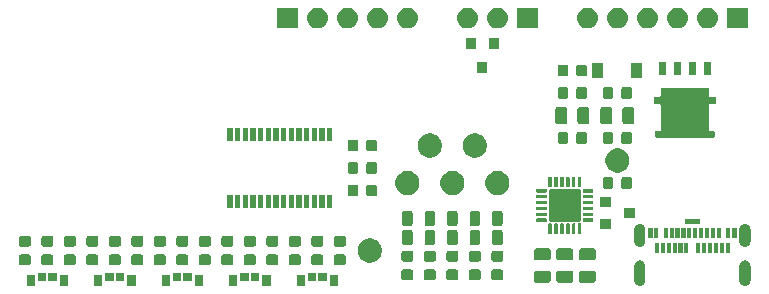
<source format=gbr>
G04 #@! TF.GenerationSoftware,KiCad,Pcbnew,(5.1.4)-1*
G04 #@! TF.CreationDate,2019-10-23T20:09:23-04:00*
G04 #@! TF.ProjectId,USB LED Daughterboard 0-2,55534220-4c45-4442-9044-617567687465,rev?*
G04 #@! TF.SameCoordinates,Original*
G04 #@! TF.FileFunction,Soldermask,Top*
G04 #@! TF.FilePolarity,Negative*
%FSLAX46Y46*%
G04 Gerber Fmt 4.6, Leading zero omitted, Abs format (unit mm)*
G04 Created by KiCad (PCBNEW (5.1.4)-1) date 2019-10-23 20:09:23*
%MOMM*%
%LPD*%
G04 APERTURE LIST*
%ADD10C,0.100000*%
G04 APERTURE END LIST*
D10*
G36*
X174845800Y-124960800D02*
G01*
X174144200Y-124960800D01*
X174144200Y-123959200D01*
X174845800Y-123959200D01*
X174845800Y-124960800D01*
X174845800Y-124960800D01*
G37*
G36*
X180560800Y-124960800D02*
G01*
X179859200Y-124960800D01*
X179859200Y-123959200D01*
X180560800Y-123959200D01*
X180560800Y-124960800D01*
X180560800Y-124960800D01*
G37*
G36*
X171930800Y-124960800D02*
G01*
X171229200Y-124960800D01*
X171229200Y-123959200D01*
X171930800Y-123959200D01*
X171930800Y-124960800D01*
X171930800Y-124960800D01*
G37*
G36*
X169130800Y-124960800D02*
G01*
X168429200Y-124960800D01*
X168429200Y-123959200D01*
X169130800Y-123959200D01*
X169130800Y-124960800D01*
X169130800Y-124960800D01*
G37*
G36*
X166215800Y-124960800D02*
G01*
X165514200Y-124960800D01*
X165514200Y-123959200D01*
X166215800Y-123959200D01*
X166215800Y-124960800D01*
X166215800Y-124960800D01*
G37*
G36*
X163415800Y-124960800D02*
G01*
X162714200Y-124960800D01*
X162714200Y-123959200D01*
X163415800Y-123959200D01*
X163415800Y-124960800D01*
X163415800Y-124960800D01*
G37*
G36*
X157700800Y-124960800D02*
G01*
X156999200Y-124960800D01*
X156999200Y-123959200D01*
X157700800Y-123959200D01*
X157700800Y-124960800D01*
X157700800Y-124960800D01*
G37*
G36*
X183360800Y-124960800D02*
G01*
X182659200Y-124960800D01*
X182659200Y-123959200D01*
X183360800Y-123959200D01*
X183360800Y-124960800D01*
X183360800Y-124960800D01*
G37*
G36*
X177645800Y-124960800D02*
G01*
X176944200Y-124960800D01*
X176944200Y-123959200D01*
X177645800Y-123959200D01*
X177645800Y-124960800D01*
X177645800Y-124960800D01*
G37*
G36*
X160500800Y-124960800D02*
G01*
X159799200Y-124960800D01*
X159799200Y-123959200D01*
X160500800Y-123959200D01*
X160500800Y-124960800D01*
X160500800Y-124960800D01*
G37*
G36*
X217903268Y-122756084D02*
G01*
X217903271Y-122756085D01*
X217903272Y-122756085D01*
X217992961Y-122783291D01*
X218075619Y-122827473D01*
X218148069Y-122886931D01*
X218207527Y-122959381D01*
X218251709Y-123042038D01*
X218278814Y-123131394D01*
X218278916Y-123131731D01*
X218280989Y-123152782D01*
X218285800Y-123201628D01*
X218285800Y-124448372D01*
X218284111Y-124465518D01*
X218278916Y-124518269D01*
X218278915Y-124518272D01*
X218278915Y-124518273D01*
X218251709Y-124607962D01*
X218207527Y-124690619D01*
X218148069Y-124763069D01*
X218075619Y-124822527D01*
X217992962Y-124866709D01*
X217903273Y-124893915D01*
X217903272Y-124893915D01*
X217903269Y-124893916D01*
X217810000Y-124903102D01*
X217716732Y-124893916D01*
X217716729Y-124893915D01*
X217716728Y-124893915D01*
X217627039Y-124866709D01*
X217544382Y-124822527D01*
X217471932Y-124763069D01*
X217412474Y-124690619D01*
X217368292Y-124607962D01*
X217341086Y-124518273D01*
X217341086Y-124518272D01*
X217341085Y-124518269D01*
X217335890Y-124465518D01*
X217334201Y-124448372D01*
X217334200Y-123201629D01*
X217337276Y-123170400D01*
X217341084Y-123131732D01*
X217341085Y-123131728D01*
X217368291Y-123042039D01*
X217412473Y-122959381D01*
X217471931Y-122886931D01*
X217544381Y-122827473D01*
X217627038Y-122783291D01*
X217716727Y-122756085D01*
X217716728Y-122756085D01*
X217716731Y-122756084D01*
X217810000Y-122746898D01*
X217903268Y-122756084D01*
X217903268Y-122756084D01*
G37*
G36*
X209003268Y-122756084D02*
G01*
X209003271Y-122756085D01*
X209003272Y-122756085D01*
X209092961Y-122783291D01*
X209175619Y-122827473D01*
X209248069Y-122886931D01*
X209307527Y-122959381D01*
X209351709Y-123042038D01*
X209378814Y-123131394D01*
X209378916Y-123131731D01*
X209380989Y-123152782D01*
X209385800Y-123201628D01*
X209385800Y-124448372D01*
X209384111Y-124465518D01*
X209378916Y-124518269D01*
X209378915Y-124518272D01*
X209378915Y-124518273D01*
X209351709Y-124607962D01*
X209307527Y-124690619D01*
X209248069Y-124763069D01*
X209175619Y-124822527D01*
X209092962Y-124866709D01*
X209003273Y-124893915D01*
X209003272Y-124893915D01*
X209003269Y-124893916D01*
X208910000Y-124903102D01*
X208816732Y-124893916D01*
X208816729Y-124893915D01*
X208816728Y-124893915D01*
X208727039Y-124866709D01*
X208644382Y-124822527D01*
X208571932Y-124763069D01*
X208512474Y-124690619D01*
X208468292Y-124607962D01*
X208441086Y-124518273D01*
X208441086Y-124518272D01*
X208441085Y-124518269D01*
X208435890Y-124465518D01*
X208434201Y-124448372D01*
X208434200Y-123201629D01*
X208437276Y-123170400D01*
X208441084Y-123131732D01*
X208441085Y-123131728D01*
X208468291Y-123042039D01*
X208512473Y-122959381D01*
X208571931Y-122886931D01*
X208644381Y-122827473D01*
X208727038Y-122783291D01*
X208816727Y-122756085D01*
X208816728Y-122756085D01*
X208816731Y-122756084D01*
X208910000Y-122746898D01*
X209003268Y-122756084D01*
X209003268Y-122756084D01*
G37*
G36*
X201199376Y-123619280D02*
G01*
X201242673Y-123632414D01*
X201282579Y-123653744D01*
X201317553Y-123682447D01*
X201346256Y-123717421D01*
X201367586Y-123757327D01*
X201380720Y-123800624D01*
X201385400Y-123848142D01*
X201385400Y-124406858D01*
X201380720Y-124454376D01*
X201367586Y-124497673D01*
X201346256Y-124537579D01*
X201317553Y-124572553D01*
X201282579Y-124601256D01*
X201242673Y-124622586D01*
X201199376Y-124635720D01*
X201151858Y-124640400D01*
X200168142Y-124640400D01*
X200120624Y-124635720D01*
X200077327Y-124622586D01*
X200037421Y-124601256D01*
X200002447Y-124572553D01*
X199973744Y-124537579D01*
X199952414Y-124497673D01*
X199939280Y-124454376D01*
X199934600Y-124406858D01*
X199934600Y-123848142D01*
X199939280Y-123800624D01*
X199952414Y-123757327D01*
X199973744Y-123717421D01*
X200002447Y-123682447D01*
X200037421Y-123653744D01*
X200077327Y-123632414D01*
X200120624Y-123619280D01*
X200168142Y-123614600D01*
X201151858Y-123614600D01*
X201199376Y-123619280D01*
X201199376Y-123619280D01*
G37*
G36*
X203104376Y-123619280D02*
G01*
X203147673Y-123632414D01*
X203187579Y-123653744D01*
X203222553Y-123682447D01*
X203251256Y-123717421D01*
X203272586Y-123757327D01*
X203285720Y-123800624D01*
X203290400Y-123848142D01*
X203290400Y-124406858D01*
X203285720Y-124454376D01*
X203272586Y-124497673D01*
X203251256Y-124537579D01*
X203222553Y-124572553D01*
X203187579Y-124601256D01*
X203147673Y-124622586D01*
X203104376Y-124635720D01*
X203056858Y-124640400D01*
X202073142Y-124640400D01*
X202025624Y-124635720D01*
X201982327Y-124622586D01*
X201942421Y-124601256D01*
X201907447Y-124572553D01*
X201878744Y-124537579D01*
X201857414Y-124497673D01*
X201844280Y-124454376D01*
X201839600Y-124406858D01*
X201839600Y-123848142D01*
X201844280Y-123800624D01*
X201857414Y-123757327D01*
X201878744Y-123717421D01*
X201907447Y-123682447D01*
X201942421Y-123653744D01*
X201982327Y-123632414D01*
X202025624Y-123619280D01*
X202073142Y-123614600D01*
X203056858Y-123614600D01*
X203104376Y-123619280D01*
X203104376Y-123619280D01*
G37*
G36*
X205009376Y-123619280D02*
G01*
X205052673Y-123632414D01*
X205092579Y-123653744D01*
X205127553Y-123682447D01*
X205156256Y-123717421D01*
X205177586Y-123757327D01*
X205190720Y-123800624D01*
X205195400Y-123848142D01*
X205195400Y-124406858D01*
X205190720Y-124454376D01*
X205177586Y-124497673D01*
X205156256Y-124537579D01*
X205127553Y-124572553D01*
X205092579Y-124601256D01*
X205052673Y-124622586D01*
X205009376Y-124635720D01*
X204961858Y-124640400D01*
X203978142Y-124640400D01*
X203930624Y-124635720D01*
X203887327Y-124622586D01*
X203847421Y-124601256D01*
X203812447Y-124572553D01*
X203783744Y-124537579D01*
X203762414Y-124497673D01*
X203749280Y-124454376D01*
X203744600Y-124406858D01*
X203744600Y-123848142D01*
X203749280Y-123800624D01*
X203762414Y-123757327D01*
X203783744Y-123717421D01*
X203812447Y-123682447D01*
X203847421Y-123653744D01*
X203887327Y-123632414D01*
X203930624Y-123619280D01*
X203978142Y-123614600D01*
X204961858Y-123614600D01*
X205009376Y-123619280D01*
X205009376Y-123619280D01*
G37*
G36*
X181510800Y-124485800D02*
G01*
X180809200Y-124485800D01*
X180809200Y-123784200D01*
X181510800Y-123784200D01*
X181510800Y-124485800D01*
X181510800Y-124485800D01*
G37*
G36*
X170980800Y-124485800D02*
G01*
X170279200Y-124485800D01*
X170279200Y-123784200D01*
X170980800Y-123784200D01*
X170980800Y-124485800D01*
X170980800Y-124485800D01*
G37*
G36*
X182410800Y-124485800D02*
G01*
X181709200Y-124485800D01*
X181709200Y-123784200D01*
X182410800Y-123784200D01*
X182410800Y-124485800D01*
X182410800Y-124485800D01*
G37*
G36*
X165265800Y-124485800D02*
G01*
X164564200Y-124485800D01*
X164564200Y-123784200D01*
X165265800Y-123784200D01*
X165265800Y-124485800D01*
X165265800Y-124485800D01*
G37*
G36*
X164365800Y-124485800D02*
G01*
X163664200Y-124485800D01*
X163664200Y-123784200D01*
X164365800Y-123784200D01*
X164365800Y-124485800D01*
X164365800Y-124485800D01*
G37*
G36*
X158650800Y-124485800D02*
G01*
X157949200Y-124485800D01*
X157949200Y-123784200D01*
X158650800Y-123784200D01*
X158650800Y-124485800D01*
X158650800Y-124485800D01*
G37*
G36*
X170080800Y-124485800D02*
G01*
X169379200Y-124485800D01*
X169379200Y-123784200D01*
X170080800Y-123784200D01*
X170080800Y-124485800D01*
X170080800Y-124485800D01*
G37*
G36*
X176695800Y-124485800D02*
G01*
X175994200Y-124485800D01*
X175994200Y-123784200D01*
X176695800Y-123784200D01*
X176695800Y-124485800D01*
X176695800Y-124485800D01*
G37*
G36*
X175795800Y-124485800D02*
G01*
X175094200Y-124485800D01*
X175094200Y-123784200D01*
X175795800Y-123784200D01*
X175795800Y-124485800D01*
X175795800Y-124485800D01*
G37*
G36*
X159550800Y-124485800D02*
G01*
X158849200Y-124485800D01*
X158849200Y-123784200D01*
X159550800Y-123784200D01*
X159550800Y-124485800D01*
X159550800Y-124485800D01*
G37*
G36*
X189564497Y-123518799D02*
G01*
X189603107Y-123530511D01*
X189638693Y-123549533D01*
X189669876Y-123575124D01*
X189695467Y-123606307D01*
X189714489Y-123641893D01*
X189726201Y-123680503D01*
X189730400Y-123723141D01*
X189730400Y-124231859D01*
X189726201Y-124274497D01*
X189714489Y-124313107D01*
X189695467Y-124348693D01*
X189669876Y-124379876D01*
X189638693Y-124405467D01*
X189603107Y-124424489D01*
X189564497Y-124436201D01*
X189521859Y-124440400D01*
X188938141Y-124440400D01*
X188895503Y-124436201D01*
X188856893Y-124424489D01*
X188821307Y-124405467D01*
X188790124Y-124379876D01*
X188764533Y-124348693D01*
X188745511Y-124313107D01*
X188733799Y-124274497D01*
X188729600Y-124231859D01*
X188729600Y-123723141D01*
X188733799Y-123680503D01*
X188745511Y-123641893D01*
X188764533Y-123606307D01*
X188790124Y-123575124D01*
X188821307Y-123549533D01*
X188856893Y-123530511D01*
X188895503Y-123518799D01*
X188938141Y-123514600D01*
X189521859Y-123514600D01*
X189564497Y-123518799D01*
X189564497Y-123518799D01*
G37*
G36*
X191469497Y-123518799D02*
G01*
X191508107Y-123530511D01*
X191543693Y-123549533D01*
X191574876Y-123575124D01*
X191600467Y-123606307D01*
X191619489Y-123641893D01*
X191631201Y-123680503D01*
X191635400Y-123723141D01*
X191635400Y-124231859D01*
X191631201Y-124274497D01*
X191619489Y-124313107D01*
X191600467Y-124348693D01*
X191574876Y-124379876D01*
X191543693Y-124405467D01*
X191508107Y-124424489D01*
X191469497Y-124436201D01*
X191426859Y-124440400D01*
X190843141Y-124440400D01*
X190800503Y-124436201D01*
X190761893Y-124424489D01*
X190726307Y-124405467D01*
X190695124Y-124379876D01*
X190669533Y-124348693D01*
X190650511Y-124313107D01*
X190638799Y-124274497D01*
X190634600Y-124231859D01*
X190634600Y-123723141D01*
X190638799Y-123680503D01*
X190650511Y-123641893D01*
X190669533Y-123606307D01*
X190695124Y-123575124D01*
X190726307Y-123549533D01*
X190761893Y-123530511D01*
X190800503Y-123518799D01*
X190843141Y-123514600D01*
X191426859Y-123514600D01*
X191469497Y-123518799D01*
X191469497Y-123518799D01*
G37*
G36*
X197184497Y-123518799D02*
G01*
X197223107Y-123530511D01*
X197258693Y-123549533D01*
X197289876Y-123575124D01*
X197315467Y-123606307D01*
X197334489Y-123641893D01*
X197346201Y-123680503D01*
X197350400Y-123723141D01*
X197350400Y-124231859D01*
X197346201Y-124274497D01*
X197334489Y-124313107D01*
X197315467Y-124348693D01*
X197289876Y-124379876D01*
X197258693Y-124405467D01*
X197223107Y-124424489D01*
X197184497Y-124436201D01*
X197141859Y-124440400D01*
X196558141Y-124440400D01*
X196515503Y-124436201D01*
X196476893Y-124424489D01*
X196441307Y-124405467D01*
X196410124Y-124379876D01*
X196384533Y-124348693D01*
X196365511Y-124313107D01*
X196353799Y-124274497D01*
X196349600Y-124231859D01*
X196349600Y-123723141D01*
X196353799Y-123680503D01*
X196365511Y-123641893D01*
X196384533Y-123606307D01*
X196410124Y-123575124D01*
X196441307Y-123549533D01*
X196476893Y-123530511D01*
X196515503Y-123518799D01*
X196558141Y-123514600D01*
X197141859Y-123514600D01*
X197184497Y-123518799D01*
X197184497Y-123518799D01*
G37*
G36*
X193374497Y-123518799D02*
G01*
X193413107Y-123530511D01*
X193448693Y-123549533D01*
X193479876Y-123575124D01*
X193505467Y-123606307D01*
X193524489Y-123641893D01*
X193536201Y-123680503D01*
X193540400Y-123723141D01*
X193540400Y-124231859D01*
X193536201Y-124274497D01*
X193524489Y-124313107D01*
X193505467Y-124348693D01*
X193479876Y-124379876D01*
X193448693Y-124405467D01*
X193413107Y-124424489D01*
X193374497Y-124436201D01*
X193331859Y-124440400D01*
X192748141Y-124440400D01*
X192705503Y-124436201D01*
X192666893Y-124424489D01*
X192631307Y-124405467D01*
X192600124Y-124379876D01*
X192574533Y-124348693D01*
X192555511Y-124313107D01*
X192543799Y-124274497D01*
X192539600Y-124231859D01*
X192539600Y-123723141D01*
X192543799Y-123680503D01*
X192555511Y-123641893D01*
X192574533Y-123606307D01*
X192600124Y-123575124D01*
X192631307Y-123549533D01*
X192666893Y-123530511D01*
X192705503Y-123518799D01*
X192748141Y-123514600D01*
X193331859Y-123514600D01*
X193374497Y-123518799D01*
X193374497Y-123518799D01*
G37*
G36*
X195279497Y-123518799D02*
G01*
X195318107Y-123530511D01*
X195353693Y-123549533D01*
X195384876Y-123575124D01*
X195410467Y-123606307D01*
X195429489Y-123641893D01*
X195441201Y-123680503D01*
X195445400Y-123723141D01*
X195445400Y-124231859D01*
X195441201Y-124274497D01*
X195429489Y-124313107D01*
X195410467Y-124348693D01*
X195384876Y-124379876D01*
X195353693Y-124405467D01*
X195318107Y-124424489D01*
X195279497Y-124436201D01*
X195236859Y-124440400D01*
X194653141Y-124440400D01*
X194610503Y-124436201D01*
X194571893Y-124424489D01*
X194536307Y-124405467D01*
X194505124Y-124379876D01*
X194479533Y-124348693D01*
X194460511Y-124313107D01*
X194448799Y-124274497D01*
X194444600Y-124231859D01*
X194444600Y-123723141D01*
X194448799Y-123680503D01*
X194460511Y-123641893D01*
X194479533Y-123606307D01*
X194505124Y-123575124D01*
X194536307Y-123549533D01*
X194571893Y-123530511D01*
X194610503Y-123518799D01*
X194653141Y-123514600D01*
X195236859Y-123514600D01*
X195279497Y-123518799D01*
X195279497Y-123518799D01*
G37*
G36*
X181944497Y-122248799D02*
G01*
X181983107Y-122260511D01*
X182018693Y-122279533D01*
X182049876Y-122305124D01*
X182075467Y-122336307D01*
X182094489Y-122371893D01*
X182106201Y-122410503D01*
X182110400Y-122453141D01*
X182110400Y-122961859D01*
X182106201Y-123004497D01*
X182094489Y-123043107D01*
X182075467Y-123078693D01*
X182049876Y-123109876D01*
X182018693Y-123135467D01*
X181983107Y-123154489D01*
X181944497Y-123166201D01*
X181901859Y-123170400D01*
X181318141Y-123170400D01*
X181275503Y-123166201D01*
X181236893Y-123154489D01*
X181201307Y-123135467D01*
X181170124Y-123109876D01*
X181144533Y-123078693D01*
X181125511Y-123043107D01*
X181113799Y-123004497D01*
X181109600Y-122961859D01*
X181109600Y-122453141D01*
X181113799Y-122410503D01*
X181125511Y-122371893D01*
X181144533Y-122336307D01*
X181170124Y-122305124D01*
X181201307Y-122279533D01*
X181236893Y-122260511D01*
X181275503Y-122248799D01*
X181318141Y-122244600D01*
X181901859Y-122244600D01*
X181944497Y-122248799D01*
X181944497Y-122248799D01*
G37*
G36*
X160989497Y-122248799D02*
G01*
X161028107Y-122260511D01*
X161063693Y-122279533D01*
X161094876Y-122305124D01*
X161120467Y-122336307D01*
X161139489Y-122371893D01*
X161151201Y-122410503D01*
X161155400Y-122453141D01*
X161155400Y-122961859D01*
X161151201Y-123004497D01*
X161139489Y-123043107D01*
X161120467Y-123078693D01*
X161094876Y-123109876D01*
X161063693Y-123135467D01*
X161028107Y-123154489D01*
X160989497Y-123166201D01*
X160946859Y-123170400D01*
X160363141Y-123170400D01*
X160320503Y-123166201D01*
X160281893Y-123154489D01*
X160246307Y-123135467D01*
X160215124Y-123109876D01*
X160189533Y-123078693D01*
X160170511Y-123043107D01*
X160158799Y-123004497D01*
X160154600Y-122961859D01*
X160154600Y-122453141D01*
X160158799Y-122410503D01*
X160170511Y-122371893D01*
X160189533Y-122336307D01*
X160215124Y-122305124D01*
X160246307Y-122279533D01*
X160281893Y-122260511D01*
X160320503Y-122248799D01*
X160363141Y-122244600D01*
X160946859Y-122244600D01*
X160989497Y-122248799D01*
X160989497Y-122248799D01*
G37*
G36*
X162894497Y-122248799D02*
G01*
X162933107Y-122260511D01*
X162968693Y-122279533D01*
X162999876Y-122305124D01*
X163025467Y-122336307D01*
X163044489Y-122371893D01*
X163056201Y-122410503D01*
X163060400Y-122453141D01*
X163060400Y-122961859D01*
X163056201Y-123004497D01*
X163044489Y-123043107D01*
X163025467Y-123078693D01*
X162999876Y-123109876D01*
X162968693Y-123135467D01*
X162933107Y-123154489D01*
X162894497Y-123166201D01*
X162851859Y-123170400D01*
X162268141Y-123170400D01*
X162225503Y-123166201D01*
X162186893Y-123154489D01*
X162151307Y-123135467D01*
X162120124Y-123109876D01*
X162094533Y-123078693D01*
X162075511Y-123043107D01*
X162063799Y-123004497D01*
X162059600Y-122961859D01*
X162059600Y-122453141D01*
X162063799Y-122410503D01*
X162075511Y-122371893D01*
X162094533Y-122336307D01*
X162120124Y-122305124D01*
X162151307Y-122279533D01*
X162186893Y-122260511D01*
X162225503Y-122248799D01*
X162268141Y-122244600D01*
X162851859Y-122244600D01*
X162894497Y-122248799D01*
X162894497Y-122248799D01*
G37*
G36*
X164799497Y-122248799D02*
G01*
X164838107Y-122260511D01*
X164873693Y-122279533D01*
X164904876Y-122305124D01*
X164930467Y-122336307D01*
X164949489Y-122371893D01*
X164961201Y-122410503D01*
X164965400Y-122453141D01*
X164965400Y-122961859D01*
X164961201Y-123004497D01*
X164949489Y-123043107D01*
X164930467Y-123078693D01*
X164904876Y-123109876D01*
X164873693Y-123135467D01*
X164838107Y-123154489D01*
X164799497Y-123166201D01*
X164756859Y-123170400D01*
X164173141Y-123170400D01*
X164130503Y-123166201D01*
X164091893Y-123154489D01*
X164056307Y-123135467D01*
X164025124Y-123109876D01*
X163999533Y-123078693D01*
X163980511Y-123043107D01*
X163968799Y-123004497D01*
X163964600Y-122961859D01*
X163964600Y-122453141D01*
X163968799Y-122410503D01*
X163980511Y-122371893D01*
X163999533Y-122336307D01*
X164025124Y-122305124D01*
X164056307Y-122279533D01*
X164091893Y-122260511D01*
X164130503Y-122248799D01*
X164173141Y-122244600D01*
X164756859Y-122244600D01*
X164799497Y-122248799D01*
X164799497Y-122248799D01*
G37*
G36*
X166704497Y-122248799D02*
G01*
X166743107Y-122260511D01*
X166778693Y-122279533D01*
X166809876Y-122305124D01*
X166835467Y-122336307D01*
X166854489Y-122371893D01*
X166866201Y-122410503D01*
X166870400Y-122453141D01*
X166870400Y-122961859D01*
X166866201Y-123004497D01*
X166854489Y-123043107D01*
X166835467Y-123078693D01*
X166809876Y-123109876D01*
X166778693Y-123135467D01*
X166743107Y-123154489D01*
X166704497Y-123166201D01*
X166661859Y-123170400D01*
X166078141Y-123170400D01*
X166035503Y-123166201D01*
X165996893Y-123154489D01*
X165961307Y-123135467D01*
X165930124Y-123109876D01*
X165904533Y-123078693D01*
X165885511Y-123043107D01*
X165873799Y-123004497D01*
X165869600Y-122961859D01*
X165869600Y-122453141D01*
X165873799Y-122410503D01*
X165885511Y-122371893D01*
X165904533Y-122336307D01*
X165930124Y-122305124D01*
X165961307Y-122279533D01*
X165996893Y-122260511D01*
X166035503Y-122248799D01*
X166078141Y-122244600D01*
X166661859Y-122244600D01*
X166704497Y-122248799D01*
X166704497Y-122248799D01*
G37*
G36*
X168609497Y-122248799D02*
G01*
X168648107Y-122260511D01*
X168683693Y-122279533D01*
X168714876Y-122305124D01*
X168740467Y-122336307D01*
X168759489Y-122371893D01*
X168771201Y-122410503D01*
X168775400Y-122453141D01*
X168775400Y-122961859D01*
X168771201Y-123004497D01*
X168759489Y-123043107D01*
X168740467Y-123078693D01*
X168714876Y-123109876D01*
X168683693Y-123135467D01*
X168648107Y-123154489D01*
X168609497Y-123166201D01*
X168566859Y-123170400D01*
X167983141Y-123170400D01*
X167940503Y-123166201D01*
X167901893Y-123154489D01*
X167866307Y-123135467D01*
X167835124Y-123109876D01*
X167809533Y-123078693D01*
X167790511Y-123043107D01*
X167778799Y-123004497D01*
X167774600Y-122961859D01*
X167774600Y-122453141D01*
X167778799Y-122410503D01*
X167790511Y-122371893D01*
X167809533Y-122336307D01*
X167835124Y-122305124D01*
X167866307Y-122279533D01*
X167901893Y-122260511D01*
X167940503Y-122248799D01*
X167983141Y-122244600D01*
X168566859Y-122244600D01*
X168609497Y-122248799D01*
X168609497Y-122248799D01*
G37*
G36*
X170514497Y-122248799D02*
G01*
X170553107Y-122260511D01*
X170588693Y-122279533D01*
X170619876Y-122305124D01*
X170645467Y-122336307D01*
X170664489Y-122371893D01*
X170676201Y-122410503D01*
X170680400Y-122453141D01*
X170680400Y-122961859D01*
X170676201Y-123004497D01*
X170664489Y-123043107D01*
X170645467Y-123078693D01*
X170619876Y-123109876D01*
X170588693Y-123135467D01*
X170553107Y-123154489D01*
X170514497Y-123166201D01*
X170471859Y-123170400D01*
X169888141Y-123170400D01*
X169845503Y-123166201D01*
X169806893Y-123154489D01*
X169771307Y-123135467D01*
X169740124Y-123109876D01*
X169714533Y-123078693D01*
X169695511Y-123043107D01*
X169683799Y-123004497D01*
X169679600Y-122961859D01*
X169679600Y-122453141D01*
X169683799Y-122410503D01*
X169695511Y-122371893D01*
X169714533Y-122336307D01*
X169740124Y-122305124D01*
X169771307Y-122279533D01*
X169806893Y-122260511D01*
X169845503Y-122248799D01*
X169888141Y-122244600D01*
X170471859Y-122244600D01*
X170514497Y-122248799D01*
X170514497Y-122248799D01*
G37*
G36*
X172419497Y-122248799D02*
G01*
X172458107Y-122260511D01*
X172493693Y-122279533D01*
X172524876Y-122305124D01*
X172550467Y-122336307D01*
X172569489Y-122371893D01*
X172581201Y-122410503D01*
X172585400Y-122453141D01*
X172585400Y-122961859D01*
X172581201Y-123004497D01*
X172569489Y-123043107D01*
X172550467Y-123078693D01*
X172524876Y-123109876D01*
X172493693Y-123135467D01*
X172458107Y-123154489D01*
X172419497Y-123166201D01*
X172376859Y-123170400D01*
X171793141Y-123170400D01*
X171750503Y-123166201D01*
X171711893Y-123154489D01*
X171676307Y-123135467D01*
X171645124Y-123109876D01*
X171619533Y-123078693D01*
X171600511Y-123043107D01*
X171588799Y-123004497D01*
X171584600Y-122961859D01*
X171584600Y-122453141D01*
X171588799Y-122410503D01*
X171600511Y-122371893D01*
X171619533Y-122336307D01*
X171645124Y-122305124D01*
X171676307Y-122279533D01*
X171711893Y-122260511D01*
X171750503Y-122248799D01*
X171793141Y-122244600D01*
X172376859Y-122244600D01*
X172419497Y-122248799D01*
X172419497Y-122248799D01*
G37*
G36*
X176229497Y-122248799D02*
G01*
X176268107Y-122260511D01*
X176303693Y-122279533D01*
X176334876Y-122305124D01*
X176360467Y-122336307D01*
X176379489Y-122371893D01*
X176391201Y-122410503D01*
X176395400Y-122453141D01*
X176395400Y-122961859D01*
X176391201Y-123004497D01*
X176379489Y-123043107D01*
X176360467Y-123078693D01*
X176334876Y-123109876D01*
X176303693Y-123135467D01*
X176268107Y-123154489D01*
X176229497Y-123166201D01*
X176186859Y-123170400D01*
X175603141Y-123170400D01*
X175560503Y-123166201D01*
X175521893Y-123154489D01*
X175486307Y-123135467D01*
X175455124Y-123109876D01*
X175429533Y-123078693D01*
X175410511Y-123043107D01*
X175398799Y-123004497D01*
X175394600Y-122961859D01*
X175394600Y-122453141D01*
X175398799Y-122410503D01*
X175410511Y-122371893D01*
X175429533Y-122336307D01*
X175455124Y-122305124D01*
X175486307Y-122279533D01*
X175521893Y-122260511D01*
X175560503Y-122248799D01*
X175603141Y-122244600D01*
X176186859Y-122244600D01*
X176229497Y-122248799D01*
X176229497Y-122248799D01*
G37*
G36*
X178134497Y-122248799D02*
G01*
X178173107Y-122260511D01*
X178208693Y-122279533D01*
X178239876Y-122305124D01*
X178265467Y-122336307D01*
X178284489Y-122371893D01*
X178296201Y-122410503D01*
X178300400Y-122453141D01*
X178300400Y-122961859D01*
X178296201Y-123004497D01*
X178284489Y-123043107D01*
X178265467Y-123078693D01*
X178239876Y-123109876D01*
X178208693Y-123135467D01*
X178173107Y-123154489D01*
X178134497Y-123166201D01*
X178091859Y-123170400D01*
X177508141Y-123170400D01*
X177465503Y-123166201D01*
X177426893Y-123154489D01*
X177391307Y-123135467D01*
X177360124Y-123109876D01*
X177334533Y-123078693D01*
X177315511Y-123043107D01*
X177303799Y-123004497D01*
X177299600Y-122961859D01*
X177299600Y-122453141D01*
X177303799Y-122410503D01*
X177315511Y-122371893D01*
X177334533Y-122336307D01*
X177360124Y-122305124D01*
X177391307Y-122279533D01*
X177426893Y-122260511D01*
X177465503Y-122248799D01*
X177508141Y-122244600D01*
X178091859Y-122244600D01*
X178134497Y-122248799D01*
X178134497Y-122248799D01*
G37*
G36*
X180039497Y-122248799D02*
G01*
X180078107Y-122260511D01*
X180113693Y-122279533D01*
X180144876Y-122305124D01*
X180170467Y-122336307D01*
X180189489Y-122371893D01*
X180201201Y-122410503D01*
X180205400Y-122453141D01*
X180205400Y-122961859D01*
X180201201Y-123004497D01*
X180189489Y-123043107D01*
X180170467Y-123078693D01*
X180144876Y-123109876D01*
X180113693Y-123135467D01*
X180078107Y-123154489D01*
X180039497Y-123166201D01*
X179996859Y-123170400D01*
X179413141Y-123170400D01*
X179370503Y-123166201D01*
X179331893Y-123154489D01*
X179296307Y-123135467D01*
X179265124Y-123109876D01*
X179239533Y-123078693D01*
X179220511Y-123043107D01*
X179208799Y-123004497D01*
X179204600Y-122961859D01*
X179204600Y-122453141D01*
X179208799Y-122410503D01*
X179220511Y-122371893D01*
X179239533Y-122336307D01*
X179265124Y-122305124D01*
X179296307Y-122279533D01*
X179331893Y-122260511D01*
X179370503Y-122248799D01*
X179413141Y-122244600D01*
X179996859Y-122244600D01*
X180039497Y-122248799D01*
X180039497Y-122248799D01*
G37*
G36*
X159084497Y-122248799D02*
G01*
X159123107Y-122260511D01*
X159158693Y-122279533D01*
X159189876Y-122305124D01*
X159215467Y-122336307D01*
X159234489Y-122371893D01*
X159246201Y-122410503D01*
X159250400Y-122453141D01*
X159250400Y-122961859D01*
X159246201Y-123004497D01*
X159234489Y-123043107D01*
X159215467Y-123078693D01*
X159189876Y-123109876D01*
X159158693Y-123135467D01*
X159123107Y-123154489D01*
X159084497Y-123166201D01*
X159041859Y-123170400D01*
X158458141Y-123170400D01*
X158415503Y-123166201D01*
X158376893Y-123154489D01*
X158341307Y-123135467D01*
X158310124Y-123109876D01*
X158284533Y-123078693D01*
X158265511Y-123043107D01*
X158253799Y-123004497D01*
X158249600Y-122961859D01*
X158249600Y-122453141D01*
X158253799Y-122410503D01*
X158265511Y-122371893D01*
X158284533Y-122336307D01*
X158310124Y-122305124D01*
X158341307Y-122279533D01*
X158376893Y-122260511D01*
X158415503Y-122248799D01*
X158458141Y-122244600D01*
X159041859Y-122244600D01*
X159084497Y-122248799D01*
X159084497Y-122248799D01*
G37*
G36*
X183849497Y-122248799D02*
G01*
X183888107Y-122260511D01*
X183923693Y-122279533D01*
X183954876Y-122305124D01*
X183980467Y-122336307D01*
X183999489Y-122371893D01*
X184011201Y-122410503D01*
X184015400Y-122453141D01*
X184015400Y-122961859D01*
X184011201Y-123004497D01*
X183999489Y-123043107D01*
X183980467Y-123078693D01*
X183954876Y-123109876D01*
X183923693Y-123135467D01*
X183888107Y-123154489D01*
X183849497Y-123166201D01*
X183806859Y-123170400D01*
X183223141Y-123170400D01*
X183180503Y-123166201D01*
X183141893Y-123154489D01*
X183106307Y-123135467D01*
X183075124Y-123109876D01*
X183049533Y-123078693D01*
X183030511Y-123043107D01*
X183018799Y-123004497D01*
X183014600Y-122961859D01*
X183014600Y-122453141D01*
X183018799Y-122410503D01*
X183030511Y-122371893D01*
X183049533Y-122336307D01*
X183075124Y-122305124D01*
X183106307Y-122279533D01*
X183141893Y-122260511D01*
X183180503Y-122248799D01*
X183223141Y-122244600D01*
X183806859Y-122244600D01*
X183849497Y-122248799D01*
X183849497Y-122248799D01*
G37*
G36*
X157179497Y-122248799D02*
G01*
X157218107Y-122260511D01*
X157253693Y-122279533D01*
X157284876Y-122305124D01*
X157310467Y-122336307D01*
X157329489Y-122371893D01*
X157341201Y-122410503D01*
X157345400Y-122453141D01*
X157345400Y-122961859D01*
X157341201Y-123004497D01*
X157329489Y-123043107D01*
X157310467Y-123078693D01*
X157284876Y-123109876D01*
X157253693Y-123135467D01*
X157218107Y-123154489D01*
X157179497Y-123166201D01*
X157136859Y-123170400D01*
X156553141Y-123170400D01*
X156510503Y-123166201D01*
X156471893Y-123154489D01*
X156436307Y-123135467D01*
X156405124Y-123109876D01*
X156379533Y-123078693D01*
X156360511Y-123043107D01*
X156348799Y-123004497D01*
X156344600Y-122961859D01*
X156344600Y-122453141D01*
X156348799Y-122410503D01*
X156360511Y-122371893D01*
X156379533Y-122336307D01*
X156405124Y-122305124D01*
X156436307Y-122279533D01*
X156471893Y-122260511D01*
X156510503Y-122248799D01*
X156553141Y-122244600D01*
X157136859Y-122244600D01*
X157179497Y-122248799D01*
X157179497Y-122248799D01*
G37*
G36*
X174324497Y-122248799D02*
G01*
X174363107Y-122260511D01*
X174398693Y-122279533D01*
X174429876Y-122305124D01*
X174455467Y-122336307D01*
X174474489Y-122371893D01*
X174486201Y-122410503D01*
X174490400Y-122453141D01*
X174490400Y-122961859D01*
X174486201Y-123004497D01*
X174474489Y-123043107D01*
X174455467Y-123078693D01*
X174429876Y-123109876D01*
X174398693Y-123135467D01*
X174363107Y-123154489D01*
X174324497Y-123166201D01*
X174281859Y-123170400D01*
X173698141Y-123170400D01*
X173655503Y-123166201D01*
X173616893Y-123154489D01*
X173581307Y-123135467D01*
X173550124Y-123109876D01*
X173524533Y-123078693D01*
X173505511Y-123043107D01*
X173493799Y-123004497D01*
X173489600Y-122961859D01*
X173489600Y-122453141D01*
X173493799Y-122410503D01*
X173505511Y-122371893D01*
X173524533Y-122336307D01*
X173550124Y-122305124D01*
X173581307Y-122279533D01*
X173616893Y-122260511D01*
X173655503Y-122248799D01*
X173698141Y-122244600D01*
X174281859Y-122244600D01*
X174324497Y-122248799D01*
X174324497Y-122248799D01*
G37*
G36*
X186354099Y-120934006D02*
G01*
X186540709Y-121011302D01*
X186708656Y-121123521D01*
X186851479Y-121266344D01*
X186963698Y-121434291D01*
X187040994Y-121620901D01*
X187080400Y-121819007D01*
X187080400Y-122020993D01*
X187040994Y-122219099D01*
X186963698Y-122405709D01*
X186851479Y-122573656D01*
X186708656Y-122716479D01*
X186540709Y-122828698D01*
X186354099Y-122905994D01*
X186155993Y-122945400D01*
X185954007Y-122945400D01*
X185755901Y-122905994D01*
X185569291Y-122828698D01*
X185401344Y-122716479D01*
X185258521Y-122573656D01*
X185146302Y-122405709D01*
X185069006Y-122219099D01*
X185029600Y-122020993D01*
X185029600Y-121819007D01*
X185069006Y-121620901D01*
X185146302Y-121434291D01*
X185258521Y-121266344D01*
X185401344Y-121123521D01*
X185569291Y-121011302D01*
X185755901Y-120934006D01*
X185954007Y-120894600D01*
X186155993Y-120894600D01*
X186354099Y-120934006D01*
X186354099Y-120934006D01*
G37*
G36*
X189564497Y-121943799D02*
G01*
X189603107Y-121955511D01*
X189638693Y-121974533D01*
X189669876Y-122000124D01*
X189695467Y-122031307D01*
X189714489Y-122066893D01*
X189726201Y-122105503D01*
X189730400Y-122148141D01*
X189730400Y-122656859D01*
X189726201Y-122699497D01*
X189714489Y-122738107D01*
X189695467Y-122773693D01*
X189669876Y-122804876D01*
X189638693Y-122830467D01*
X189603107Y-122849489D01*
X189564497Y-122861201D01*
X189521859Y-122865400D01*
X188938141Y-122865400D01*
X188895503Y-122861201D01*
X188856893Y-122849489D01*
X188821307Y-122830467D01*
X188790124Y-122804876D01*
X188764533Y-122773693D01*
X188745511Y-122738107D01*
X188733799Y-122699497D01*
X188729600Y-122656859D01*
X188729600Y-122148141D01*
X188733799Y-122105503D01*
X188745511Y-122066893D01*
X188764533Y-122031307D01*
X188790124Y-122000124D01*
X188821307Y-121974533D01*
X188856893Y-121955511D01*
X188895503Y-121943799D01*
X188938141Y-121939600D01*
X189521859Y-121939600D01*
X189564497Y-121943799D01*
X189564497Y-121943799D01*
G37*
G36*
X195279497Y-121943799D02*
G01*
X195318107Y-121955511D01*
X195353693Y-121974533D01*
X195384876Y-122000124D01*
X195410467Y-122031307D01*
X195429489Y-122066893D01*
X195441201Y-122105503D01*
X195445400Y-122148141D01*
X195445400Y-122656859D01*
X195441201Y-122699497D01*
X195429489Y-122738107D01*
X195410467Y-122773693D01*
X195384876Y-122804876D01*
X195353693Y-122830467D01*
X195318107Y-122849489D01*
X195279497Y-122861201D01*
X195236859Y-122865400D01*
X194653141Y-122865400D01*
X194610503Y-122861201D01*
X194571893Y-122849489D01*
X194536307Y-122830467D01*
X194505124Y-122804876D01*
X194479533Y-122773693D01*
X194460511Y-122738107D01*
X194448799Y-122699497D01*
X194444600Y-122656859D01*
X194444600Y-122148141D01*
X194448799Y-122105503D01*
X194460511Y-122066893D01*
X194479533Y-122031307D01*
X194505124Y-122000124D01*
X194536307Y-121974533D01*
X194571893Y-121955511D01*
X194610503Y-121943799D01*
X194653141Y-121939600D01*
X195236859Y-121939600D01*
X195279497Y-121943799D01*
X195279497Y-121943799D01*
G37*
G36*
X191469497Y-121943799D02*
G01*
X191508107Y-121955511D01*
X191543693Y-121974533D01*
X191574876Y-122000124D01*
X191600467Y-122031307D01*
X191619489Y-122066893D01*
X191631201Y-122105503D01*
X191635400Y-122148141D01*
X191635400Y-122656859D01*
X191631201Y-122699497D01*
X191619489Y-122738107D01*
X191600467Y-122773693D01*
X191574876Y-122804876D01*
X191543693Y-122830467D01*
X191508107Y-122849489D01*
X191469497Y-122861201D01*
X191426859Y-122865400D01*
X190843141Y-122865400D01*
X190800503Y-122861201D01*
X190761893Y-122849489D01*
X190726307Y-122830467D01*
X190695124Y-122804876D01*
X190669533Y-122773693D01*
X190650511Y-122738107D01*
X190638799Y-122699497D01*
X190634600Y-122656859D01*
X190634600Y-122148141D01*
X190638799Y-122105503D01*
X190650511Y-122066893D01*
X190669533Y-122031307D01*
X190695124Y-122000124D01*
X190726307Y-121974533D01*
X190761893Y-121955511D01*
X190800503Y-121943799D01*
X190843141Y-121939600D01*
X191426859Y-121939600D01*
X191469497Y-121943799D01*
X191469497Y-121943799D01*
G37*
G36*
X197184497Y-121943799D02*
G01*
X197223107Y-121955511D01*
X197258693Y-121974533D01*
X197289876Y-122000124D01*
X197315467Y-122031307D01*
X197334489Y-122066893D01*
X197346201Y-122105503D01*
X197350400Y-122148141D01*
X197350400Y-122656859D01*
X197346201Y-122699497D01*
X197334489Y-122738107D01*
X197315467Y-122773693D01*
X197289876Y-122804876D01*
X197258693Y-122830467D01*
X197223107Y-122849489D01*
X197184497Y-122861201D01*
X197141859Y-122865400D01*
X196558141Y-122865400D01*
X196515503Y-122861201D01*
X196476893Y-122849489D01*
X196441307Y-122830467D01*
X196410124Y-122804876D01*
X196384533Y-122773693D01*
X196365511Y-122738107D01*
X196353799Y-122699497D01*
X196349600Y-122656859D01*
X196349600Y-122148141D01*
X196353799Y-122105503D01*
X196365511Y-122066893D01*
X196384533Y-122031307D01*
X196410124Y-122000124D01*
X196441307Y-121974533D01*
X196476893Y-121955511D01*
X196515503Y-121943799D01*
X196558141Y-121939600D01*
X197141859Y-121939600D01*
X197184497Y-121943799D01*
X197184497Y-121943799D01*
G37*
G36*
X193374497Y-121943799D02*
G01*
X193413107Y-121955511D01*
X193448693Y-121974533D01*
X193479876Y-122000124D01*
X193505467Y-122031307D01*
X193524489Y-122066893D01*
X193536201Y-122105503D01*
X193540400Y-122148141D01*
X193540400Y-122656859D01*
X193536201Y-122699497D01*
X193524489Y-122738107D01*
X193505467Y-122773693D01*
X193479876Y-122804876D01*
X193448693Y-122830467D01*
X193413107Y-122849489D01*
X193374497Y-122861201D01*
X193331859Y-122865400D01*
X192748141Y-122865400D01*
X192705503Y-122861201D01*
X192666893Y-122849489D01*
X192631307Y-122830467D01*
X192600124Y-122804876D01*
X192574533Y-122773693D01*
X192555511Y-122738107D01*
X192543799Y-122699497D01*
X192539600Y-122656859D01*
X192539600Y-122148141D01*
X192543799Y-122105503D01*
X192555511Y-122066893D01*
X192574533Y-122031307D01*
X192600124Y-122000124D01*
X192631307Y-121974533D01*
X192666893Y-121955511D01*
X192705503Y-121943799D01*
X192748141Y-121939600D01*
X193331859Y-121939600D01*
X193374497Y-121943799D01*
X193374497Y-121943799D01*
G37*
G36*
X205009376Y-121744280D02*
G01*
X205052673Y-121757414D01*
X205092579Y-121778744D01*
X205127553Y-121807447D01*
X205156256Y-121842421D01*
X205177586Y-121882327D01*
X205190720Y-121925624D01*
X205195400Y-121973142D01*
X205195400Y-122531858D01*
X205190720Y-122579376D01*
X205177586Y-122622673D01*
X205156256Y-122662579D01*
X205127553Y-122697553D01*
X205092579Y-122726256D01*
X205052673Y-122747586D01*
X205009376Y-122760720D01*
X204961858Y-122765400D01*
X203978142Y-122765400D01*
X203930624Y-122760720D01*
X203887327Y-122747586D01*
X203847421Y-122726256D01*
X203812447Y-122697553D01*
X203783744Y-122662579D01*
X203762414Y-122622673D01*
X203749280Y-122579376D01*
X203744600Y-122531858D01*
X203744600Y-121973142D01*
X203749280Y-121925624D01*
X203762414Y-121882327D01*
X203783744Y-121842421D01*
X203812447Y-121807447D01*
X203847421Y-121778744D01*
X203887327Y-121757414D01*
X203930624Y-121744280D01*
X203978142Y-121739600D01*
X204961858Y-121739600D01*
X205009376Y-121744280D01*
X205009376Y-121744280D01*
G37*
G36*
X203104376Y-121744280D02*
G01*
X203147673Y-121757414D01*
X203187579Y-121778744D01*
X203222553Y-121807447D01*
X203251256Y-121842421D01*
X203272586Y-121882327D01*
X203285720Y-121925624D01*
X203290400Y-121973142D01*
X203290400Y-122531858D01*
X203285720Y-122579376D01*
X203272586Y-122622673D01*
X203251256Y-122662579D01*
X203222553Y-122697553D01*
X203187579Y-122726256D01*
X203147673Y-122747586D01*
X203104376Y-122760720D01*
X203056858Y-122765400D01*
X202073142Y-122765400D01*
X202025624Y-122760720D01*
X201982327Y-122747586D01*
X201942421Y-122726256D01*
X201907447Y-122697553D01*
X201878744Y-122662579D01*
X201857414Y-122622673D01*
X201844280Y-122579376D01*
X201839600Y-122531858D01*
X201839600Y-121973142D01*
X201844280Y-121925624D01*
X201857414Y-121882327D01*
X201878744Y-121842421D01*
X201907447Y-121807447D01*
X201942421Y-121778744D01*
X201982327Y-121757414D01*
X202025624Y-121744280D01*
X202073142Y-121739600D01*
X203056858Y-121739600D01*
X203104376Y-121744280D01*
X203104376Y-121744280D01*
G37*
G36*
X201199376Y-121744280D02*
G01*
X201242673Y-121757414D01*
X201282579Y-121778744D01*
X201317553Y-121807447D01*
X201346256Y-121842421D01*
X201367586Y-121882327D01*
X201380720Y-121925624D01*
X201385400Y-121973142D01*
X201385400Y-122531858D01*
X201380720Y-122579376D01*
X201367586Y-122622673D01*
X201346256Y-122662579D01*
X201317553Y-122697553D01*
X201282579Y-122726256D01*
X201242673Y-122747586D01*
X201199376Y-122760720D01*
X201151858Y-122765400D01*
X200168142Y-122765400D01*
X200120624Y-122760720D01*
X200077327Y-122747586D01*
X200037421Y-122726256D01*
X200002447Y-122697553D01*
X199973744Y-122662579D01*
X199952414Y-122622673D01*
X199939280Y-122579376D01*
X199934600Y-122531858D01*
X199934600Y-121973142D01*
X199939280Y-121925624D01*
X199952414Y-121882327D01*
X199973744Y-121842421D01*
X200002447Y-121807447D01*
X200037421Y-121778744D01*
X200077327Y-121757414D01*
X200120624Y-121744280D01*
X200168142Y-121739600D01*
X201151858Y-121739600D01*
X201199376Y-121744280D01*
X201199376Y-121744280D01*
G37*
G36*
X210535800Y-122125800D02*
G01*
X210184200Y-122125800D01*
X210184200Y-121274200D01*
X210535800Y-121274200D01*
X210535800Y-122125800D01*
X210535800Y-122125800D01*
G37*
G36*
X211035800Y-122125800D02*
G01*
X210684200Y-122125800D01*
X210684200Y-121274200D01*
X211035800Y-121274200D01*
X211035800Y-122125800D01*
X211035800Y-122125800D01*
G37*
G36*
X211535800Y-122125800D02*
G01*
X211184200Y-122125800D01*
X211184200Y-121274200D01*
X211535800Y-121274200D01*
X211535800Y-122125800D01*
X211535800Y-122125800D01*
G37*
G36*
X214035800Y-122125800D02*
G01*
X213684200Y-122125800D01*
X213684200Y-121274200D01*
X214035800Y-121274200D01*
X214035800Y-122125800D01*
X214035800Y-122125800D01*
G37*
G36*
X212035800Y-122125800D02*
G01*
X211684200Y-122125800D01*
X211684200Y-121274200D01*
X212035800Y-121274200D01*
X212035800Y-122125800D01*
X212035800Y-122125800D01*
G37*
G36*
X212535800Y-122125800D02*
G01*
X212184200Y-122125800D01*
X212184200Y-121274200D01*
X212535800Y-121274200D01*
X212535800Y-122125800D01*
X212535800Y-122125800D01*
G37*
G36*
X214535800Y-122125800D02*
G01*
X214184200Y-122125800D01*
X214184200Y-121274200D01*
X214535800Y-121274200D01*
X214535800Y-122125800D01*
X214535800Y-122125800D01*
G37*
G36*
X215035800Y-122125800D02*
G01*
X214684200Y-122125800D01*
X214684200Y-121274200D01*
X215035800Y-121274200D01*
X215035800Y-122125800D01*
X215035800Y-122125800D01*
G37*
G36*
X215535800Y-122125800D02*
G01*
X215184200Y-122125800D01*
X215184200Y-121274200D01*
X215535800Y-121274200D01*
X215535800Y-122125800D01*
X215535800Y-122125800D01*
G37*
G36*
X216035800Y-122125800D02*
G01*
X215684200Y-122125800D01*
X215684200Y-121274200D01*
X216035800Y-121274200D01*
X216035800Y-122125800D01*
X216035800Y-122125800D01*
G37*
G36*
X216535800Y-122125800D02*
G01*
X216184200Y-122125800D01*
X216184200Y-121274200D01*
X216535800Y-121274200D01*
X216535800Y-122125800D01*
X216535800Y-122125800D01*
G37*
G36*
X213035800Y-122125800D02*
G01*
X212684200Y-122125800D01*
X212684200Y-121274200D01*
X213035800Y-121274200D01*
X213035800Y-122125800D01*
X213035800Y-122125800D01*
G37*
G36*
X217903268Y-119656084D02*
G01*
X217903271Y-119656085D01*
X217903272Y-119656085D01*
X217992961Y-119683291D01*
X218075619Y-119727473D01*
X218148069Y-119786931D01*
X218207527Y-119859381D01*
X218251709Y-119942038D01*
X218278915Y-120031727D01*
X218278916Y-120031731D01*
X218285800Y-120101630D01*
X218285800Y-121148370D01*
X218278916Y-121218269D01*
X218278915Y-121218272D01*
X218278915Y-121218273D01*
X218251709Y-121307962D01*
X218207527Y-121390619D01*
X218148069Y-121463069D01*
X218075619Y-121522527D01*
X217992962Y-121566709D01*
X217903273Y-121593915D01*
X217903272Y-121593915D01*
X217903269Y-121593916D01*
X217810000Y-121603102D01*
X217716732Y-121593916D01*
X217716729Y-121593915D01*
X217716728Y-121593915D01*
X217627039Y-121566709D01*
X217544382Y-121522527D01*
X217471932Y-121463069D01*
X217412474Y-121390619D01*
X217368292Y-121307962D01*
X217341086Y-121218273D01*
X217341086Y-121218272D01*
X217341085Y-121218269D01*
X217334201Y-121148370D01*
X217334200Y-120101631D01*
X217341084Y-120031732D01*
X217341085Y-120031728D01*
X217368291Y-119942039D01*
X217412473Y-119859381D01*
X217471931Y-119786931D01*
X217544381Y-119727473D01*
X217627038Y-119683291D01*
X217716727Y-119656085D01*
X217716728Y-119656085D01*
X217716731Y-119656084D01*
X217810000Y-119646898D01*
X217903268Y-119656084D01*
X217903268Y-119656084D01*
G37*
G36*
X209003268Y-119656084D02*
G01*
X209003271Y-119656085D01*
X209003272Y-119656085D01*
X209092961Y-119683291D01*
X209175619Y-119727473D01*
X209248069Y-119786931D01*
X209307527Y-119859381D01*
X209351709Y-119942038D01*
X209378915Y-120031727D01*
X209378916Y-120031731D01*
X209385800Y-120101630D01*
X209385800Y-121148370D01*
X209378916Y-121218269D01*
X209378915Y-121218272D01*
X209378915Y-121218273D01*
X209351709Y-121307962D01*
X209307527Y-121390619D01*
X209248069Y-121463069D01*
X209175619Y-121522527D01*
X209092962Y-121566709D01*
X209003273Y-121593915D01*
X209003272Y-121593915D01*
X209003269Y-121593916D01*
X208910000Y-121603102D01*
X208816732Y-121593916D01*
X208816729Y-121593915D01*
X208816728Y-121593915D01*
X208727039Y-121566709D01*
X208644382Y-121522527D01*
X208571932Y-121463069D01*
X208512474Y-121390619D01*
X208468292Y-121307962D01*
X208441086Y-121218273D01*
X208441086Y-121218272D01*
X208441085Y-121218269D01*
X208434201Y-121148370D01*
X208434200Y-120101631D01*
X208441084Y-120031732D01*
X208441085Y-120031728D01*
X208468291Y-119942039D01*
X208512473Y-119859381D01*
X208571931Y-119786931D01*
X208644381Y-119727473D01*
X208727038Y-119683291D01*
X208816727Y-119656085D01*
X208816728Y-119656085D01*
X208816731Y-119656084D01*
X208910000Y-119646898D01*
X209003268Y-119656084D01*
X209003268Y-119656084D01*
G37*
G36*
X172419497Y-120673799D02*
G01*
X172458107Y-120685511D01*
X172493693Y-120704533D01*
X172524876Y-120730124D01*
X172550467Y-120761307D01*
X172569489Y-120796893D01*
X172581201Y-120835503D01*
X172585400Y-120878141D01*
X172585400Y-121386859D01*
X172581201Y-121429497D01*
X172569489Y-121468107D01*
X172550467Y-121503693D01*
X172524876Y-121534876D01*
X172493693Y-121560467D01*
X172458107Y-121579489D01*
X172419497Y-121591201D01*
X172376859Y-121595400D01*
X171793141Y-121595400D01*
X171750503Y-121591201D01*
X171711893Y-121579489D01*
X171676307Y-121560467D01*
X171645124Y-121534876D01*
X171619533Y-121503693D01*
X171600511Y-121468107D01*
X171588799Y-121429497D01*
X171584600Y-121386859D01*
X171584600Y-120878141D01*
X171588799Y-120835503D01*
X171600511Y-120796893D01*
X171619533Y-120761307D01*
X171645124Y-120730124D01*
X171676307Y-120704533D01*
X171711893Y-120685511D01*
X171750503Y-120673799D01*
X171793141Y-120669600D01*
X172376859Y-120669600D01*
X172419497Y-120673799D01*
X172419497Y-120673799D01*
G37*
G36*
X183849497Y-120673799D02*
G01*
X183888107Y-120685511D01*
X183923693Y-120704533D01*
X183954876Y-120730124D01*
X183980467Y-120761307D01*
X183999489Y-120796893D01*
X184011201Y-120835503D01*
X184015400Y-120878141D01*
X184015400Y-121386859D01*
X184011201Y-121429497D01*
X183999489Y-121468107D01*
X183980467Y-121503693D01*
X183954876Y-121534876D01*
X183923693Y-121560467D01*
X183888107Y-121579489D01*
X183849497Y-121591201D01*
X183806859Y-121595400D01*
X183223141Y-121595400D01*
X183180503Y-121591201D01*
X183141893Y-121579489D01*
X183106307Y-121560467D01*
X183075124Y-121534876D01*
X183049533Y-121503693D01*
X183030511Y-121468107D01*
X183018799Y-121429497D01*
X183014600Y-121386859D01*
X183014600Y-120878141D01*
X183018799Y-120835503D01*
X183030511Y-120796893D01*
X183049533Y-120761307D01*
X183075124Y-120730124D01*
X183106307Y-120704533D01*
X183141893Y-120685511D01*
X183180503Y-120673799D01*
X183223141Y-120669600D01*
X183806859Y-120669600D01*
X183849497Y-120673799D01*
X183849497Y-120673799D01*
G37*
G36*
X180039497Y-120673799D02*
G01*
X180078107Y-120685511D01*
X180113693Y-120704533D01*
X180144876Y-120730124D01*
X180170467Y-120761307D01*
X180189489Y-120796893D01*
X180201201Y-120835503D01*
X180205400Y-120878141D01*
X180205400Y-121386859D01*
X180201201Y-121429497D01*
X180189489Y-121468107D01*
X180170467Y-121503693D01*
X180144876Y-121534876D01*
X180113693Y-121560467D01*
X180078107Y-121579489D01*
X180039497Y-121591201D01*
X179996859Y-121595400D01*
X179413141Y-121595400D01*
X179370503Y-121591201D01*
X179331893Y-121579489D01*
X179296307Y-121560467D01*
X179265124Y-121534876D01*
X179239533Y-121503693D01*
X179220511Y-121468107D01*
X179208799Y-121429497D01*
X179204600Y-121386859D01*
X179204600Y-120878141D01*
X179208799Y-120835503D01*
X179220511Y-120796893D01*
X179239533Y-120761307D01*
X179265124Y-120730124D01*
X179296307Y-120704533D01*
X179331893Y-120685511D01*
X179370503Y-120673799D01*
X179413141Y-120669600D01*
X179996859Y-120669600D01*
X180039497Y-120673799D01*
X180039497Y-120673799D01*
G37*
G36*
X178134497Y-120673799D02*
G01*
X178173107Y-120685511D01*
X178208693Y-120704533D01*
X178239876Y-120730124D01*
X178265467Y-120761307D01*
X178284489Y-120796893D01*
X178296201Y-120835503D01*
X178300400Y-120878141D01*
X178300400Y-121386859D01*
X178296201Y-121429497D01*
X178284489Y-121468107D01*
X178265467Y-121503693D01*
X178239876Y-121534876D01*
X178208693Y-121560467D01*
X178173107Y-121579489D01*
X178134497Y-121591201D01*
X178091859Y-121595400D01*
X177508141Y-121595400D01*
X177465503Y-121591201D01*
X177426893Y-121579489D01*
X177391307Y-121560467D01*
X177360124Y-121534876D01*
X177334533Y-121503693D01*
X177315511Y-121468107D01*
X177303799Y-121429497D01*
X177299600Y-121386859D01*
X177299600Y-120878141D01*
X177303799Y-120835503D01*
X177315511Y-120796893D01*
X177334533Y-120761307D01*
X177360124Y-120730124D01*
X177391307Y-120704533D01*
X177426893Y-120685511D01*
X177465503Y-120673799D01*
X177508141Y-120669600D01*
X178091859Y-120669600D01*
X178134497Y-120673799D01*
X178134497Y-120673799D01*
G37*
G36*
X176229497Y-120673799D02*
G01*
X176268107Y-120685511D01*
X176303693Y-120704533D01*
X176334876Y-120730124D01*
X176360467Y-120761307D01*
X176379489Y-120796893D01*
X176391201Y-120835503D01*
X176395400Y-120878141D01*
X176395400Y-121386859D01*
X176391201Y-121429497D01*
X176379489Y-121468107D01*
X176360467Y-121503693D01*
X176334876Y-121534876D01*
X176303693Y-121560467D01*
X176268107Y-121579489D01*
X176229497Y-121591201D01*
X176186859Y-121595400D01*
X175603141Y-121595400D01*
X175560503Y-121591201D01*
X175521893Y-121579489D01*
X175486307Y-121560467D01*
X175455124Y-121534876D01*
X175429533Y-121503693D01*
X175410511Y-121468107D01*
X175398799Y-121429497D01*
X175394600Y-121386859D01*
X175394600Y-120878141D01*
X175398799Y-120835503D01*
X175410511Y-120796893D01*
X175429533Y-120761307D01*
X175455124Y-120730124D01*
X175486307Y-120704533D01*
X175521893Y-120685511D01*
X175560503Y-120673799D01*
X175603141Y-120669600D01*
X176186859Y-120669600D01*
X176229497Y-120673799D01*
X176229497Y-120673799D01*
G37*
G36*
X174324497Y-120673799D02*
G01*
X174363107Y-120685511D01*
X174398693Y-120704533D01*
X174429876Y-120730124D01*
X174455467Y-120761307D01*
X174474489Y-120796893D01*
X174486201Y-120835503D01*
X174490400Y-120878141D01*
X174490400Y-121386859D01*
X174486201Y-121429497D01*
X174474489Y-121468107D01*
X174455467Y-121503693D01*
X174429876Y-121534876D01*
X174398693Y-121560467D01*
X174363107Y-121579489D01*
X174324497Y-121591201D01*
X174281859Y-121595400D01*
X173698141Y-121595400D01*
X173655503Y-121591201D01*
X173616893Y-121579489D01*
X173581307Y-121560467D01*
X173550124Y-121534876D01*
X173524533Y-121503693D01*
X173505511Y-121468107D01*
X173493799Y-121429497D01*
X173489600Y-121386859D01*
X173489600Y-120878141D01*
X173493799Y-120835503D01*
X173505511Y-120796893D01*
X173524533Y-120761307D01*
X173550124Y-120730124D01*
X173581307Y-120704533D01*
X173616893Y-120685511D01*
X173655503Y-120673799D01*
X173698141Y-120669600D01*
X174281859Y-120669600D01*
X174324497Y-120673799D01*
X174324497Y-120673799D01*
G37*
G36*
X166704497Y-120673799D02*
G01*
X166743107Y-120685511D01*
X166778693Y-120704533D01*
X166809876Y-120730124D01*
X166835467Y-120761307D01*
X166854489Y-120796893D01*
X166866201Y-120835503D01*
X166870400Y-120878141D01*
X166870400Y-121386859D01*
X166866201Y-121429497D01*
X166854489Y-121468107D01*
X166835467Y-121503693D01*
X166809876Y-121534876D01*
X166778693Y-121560467D01*
X166743107Y-121579489D01*
X166704497Y-121591201D01*
X166661859Y-121595400D01*
X166078141Y-121595400D01*
X166035503Y-121591201D01*
X165996893Y-121579489D01*
X165961307Y-121560467D01*
X165930124Y-121534876D01*
X165904533Y-121503693D01*
X165885511Y-121468107D01*
X165873799Y-121429497D01*
X165869600Y-121386859D01*
X165869600Y-120878141D01*
X165873799Y-120835503D01*
X165885511Y-120796893D01*
X165904533Y-120761307D01*
X165930124Y-120730124D01*
X165961307Y-120704533D01*
X165996893Y-120685511D01*
X166035503Y-120673799D01*
X166078141Y-120669600D01*
X166661859Y-120669600D01*
X166704497Y-120673799D01*
X166704497Y-120673799D01*
G37*
G36*
X168609497Y-120673799D02*
G01*
X168648107Y-120685511D01*
X168683693Y-120704533D01*
X168714876Y-120730124D01*
X168740467Y-120761307D01*
X168759489Y-120796893D01*
X168771201Y-120835503D01*
X168775400Y-120878141D01*
X168775400Y-121386859D01*
X168771201Y-121429497D01*
X168759489Y-121468107D01*
X168740467Y-121503693D01*
X168714876Y-121534876D01*
X168683693Y-121560467D01*
X168648107Y-121579489D01*
X168609497Y-121591201D01*
X168566859Y-121595400D01*
X167983141Y-121595400D01*
X167940503Y-121591201D01*
X167901893Y-121579489D01*
X167866307Y-121560467D01*
X167835124Y-121534876D01*
X167809533Y-121503693D01*
X167790511Y-121468107D01*
X167778799Y-121429497D01*
X167774600Y-121386859D01*
X167774600Y-120878141D01*
X167778799Y-120835503D01*
X167790511Y-120796893D01*
X167809533Y-120761307D01*
X167835124Y-120730124D01*
X167866307Y-120704533D01*
X167901893Y-120685511D01*
X167940503Y-120673799D01*
X167983141Y-120669600D01*
X168566859Y-120669600D01*
X168609497Y-120673799D01*
X168609497Y-120673799D01*
G37*
G36*
X164799497Y-120673799D02*
G01*
X164838107Y-120685511D01*
X164873693Y-120704533D01*
X164904876Y-120730124D01*
X164930467Y-120761307D01*
X164949489Y-120796893D01*
X164961201Y-120835503D01*
X164965400Y-120878141D01*
X164965400Y-121386859D01*
X164961201Y-121429497D01*
X164949489Y-121468107D01*
X164930467Y-121503693D01*
X164904876Y-121534876D01*
X164873693Y-121560467D01*
X164838107Y-121579489D01*
X164799497Y-121591201D01*
X164756859Y-121595400D01*
X164173141Y-121595400D01*
X164130503Y-121591201D01*
X164091893Y-121579489D01*
X164056307Y-121560467D01*
X164025124Y-121534876D01*
X163999533Y-121503693D01*
X163980511Y-121468107D01*
X163968799Y-121429497D01*
X163964600Y-121386859D01*
X163964600Y-120878141D01*
X163968799Y-120835503D01*
X163980511Y-120796893D01*
X163999533Y-120761307D01*
X164025124Y-120730124D01*
X164056307Y-120704533D01*
X164091893Y-120685511D01*
X164130503Y-120673799D01*
X164173141Y-120669600D01*
X164756859Y-120669600D01*
X164799497Y-120673799D01*
X164799497Y-120673799D01*
G37*
G36*
X170514497Y-120673799D02*
G01*
X170553107Y-120685511D01*
X170588693Y-120704533D01*
X170619876Y-120730124D01*
X170645467Y-120761307D01*
X170664489Y-120796893D01*
X170676201Y-120835503D01*
X170680400Y-120878141D01*
X170680400Y-121386859D01*
X170676201Y-121429497D01*
X170664489Y-121468107D01*
X170645467Y-121503693D01*
X170619876Y-121534876D01*
X170588693Y-121560467D01*
X170553107Y-121579489D01*
X170514497Y-121591201D01*
X170471859Y-121595400D01*
X169888141Y-121595400D01*
X169845503Y-121591201D01*
X169806893Y-121579489D01*
X169771307Y-121560467D01*
X169740124Y-121534876D01*
X169714533Y-121503693D01*
X169695511Y-121468107D01*
X169683799Y-121429497D01*
X169679600Y-121386859D01*
X169679600Y-120878141D01*
X169683799Y-120835503D01*
X169695511Y-120796893D01*
X169714533Y-120761307D01*
X169740124Y-120730124D01*
X169771307Y-120704533D01*
X169806893Y-120685511D01*
X169845503Y-120673799D01*
X169888141Y-120669600D01*
X170471859Y-120669600D01*
X170514497Y-120673799D01*
X170514497Y-120673799D01*
G37*
G36*
X157179497Y-120673799D02*
G01*
X157218107Y-120685511D01*
X157253693Y-120704533D01*
X157284876Y-120730124D01*
X157310467Y-120761307D01*
X157329489Y-120796893D01*
X157341201Y-120835503D01*
X157345400Y-120878141D01*
X157345400Y-121386859D01*
X157341201Y-121429497D01*
X157329489Y-121468107D01*
X157310467Y-121503693D01*
X157284876Y-121534876D01*
X157253693Y-121560467D01*
X157218107Y-121579489D01*
X157179497Y-121591201D01*
X157136859Y-121595400D01*
X156553141Y-121595400D01*
X156510503Y-121591201D01*
X156471893Y-121579489D01*
X156436307Y-121560467D01*
X156405124Y-121534876D01*
X156379533Y-121503693D01*
X156360511Y-121468107D01*
X156348799Y-121429497D01*
X156344600Y-121386859D01*
X156344600Y-120878141D01*
X156348799Y-120835503D01*
X156360511Y-120796893D01*
X156379533Y-120761307D01*
X156405124Y-120730124D01*
X156436307Y-120704533D01*
X156471893Y-120685511D01*
X156510503Y-120673799D01*
X156553141Y-120669600D01*
X157136859Y-120669600D01*
X157179497Y-120673799D01*
X157179497Y-120673799D01*
G37*
G36*
X159084497Y-120673799D02*
G01*
X159123107Y-120685511D01*
X159158693Y-120704533D01*
X159189876Y-120730124D01*
X159215467Y-120761307D01*
X159234489Y-120796893D01*
X159246201Y-120835503D01*
X159250400Y-120878141D01*
X159250400Y-121386859D01*
X159246201Y-121429497D01*
X159234489Y-121468107D01*
X159215467Y-121503693D01*
X159189876Y-121534876D01*
X159158693Y-121560467D01*
X159123107Y-121579489D01*
X159084497Y-121591201D01*
X159041859Y-121595400D01*
X158458141Y-121595400D01*
X158415503Y-121591201D01*
X158376893Y-121579489D01*
X158341307Y-121560467D01*
X158310124Y-121534876D01*
X158284533Y-121503693D01*
X158265511Y-121468107D01*
X158253799Y-121429497D01*
X158249600Y-121386859D01*
X158249600Y-120878141D01*
X158253799Y-120835503D01*
X158265511Y-120796893D01*
X158284533Y-120761307D01*
X158310124Y-120730124D01*
X158341307Y-120704533D01*
X158376893Y-120685511D01*
X158415503Y-120673799D01*
X158458141Y-120669600D01*
X159041859Y-120669600D01*
X159084497Y-120673799D01*
X159084497Y-120673799D01*
G37*
G36*
X160989497Y-120673799D02*
G01*
X161028107Y-120685511D01*
X161063693Y-120704533D01*
X161094876Y-120730124D01*
X161120467Y-120761307D01*
X161139489Y-120796893D01*
X161151201Y-120835503D01*
X161155400Y-120878141D01*
X161155400Y-121386859D01*
X161151201Y-121429497D01*
X161139489Y-121468107D01*
X161120467Y-121503693D01*
X161094876Y-121534876D01*
X161063693Y-121560467D01*
X161028107Y-121579489D01*
X160989497Y-121591201D01*
X160946859Y-121595400D01*
X160363141Y-121595400D01*
X160320503Y-121591201D01*
X160281893Y-121579489D01*
X160246307Y-121560467D01*
X160215124Y-121534876D01*
X160189533Y-121503693D01*
X160170511Y-121468107D01*
X160158799Y-121429497D01*
X160154600Y-121386859D01*
X160154600Y-120878141D01*
X160158799Y-120835503D01*
X160170511Y-120796893D01*
X160189533Y-120761307D01*
X160215124Y-120730124D01*
X160246307Y-120704533D01*
X160281893Y-120685511D01*
X160320503Y-120673799D01*
X160363141Y-120669600D01*
X160946859Y-120669600D01*
X160989497Y-120673799D01*
X160989497Y-120673799D01*
G37*
G36*
X162894497Y-120673799D02*
G01*
X162933107Y-120685511D01*
X162968693Y-120704533D01*
X162999876Y-120730124D01*
X163025467Y-120761307D01*
X163044489Y-120796893D01*
X163056201Y-120835503D01*
X163060400Y-120878141D01*
X163060400Y-121386859D01*
X163056201Y-121429497D01*
X163044489Y-121468107D01*
X163025467Y-121503693D01*
X162999876Y-121534876D01*
X162968693Y-121560467D01*
X162933107Y-121579489D01*
X162894497Y-121591201D01*
X162851859Y-121595400D01*
X162268141Y-121595400D01*
X162225503Y-121591201D01*
X162186893Y-121579489D01*
X162151307Y-121560467D01*
X162120124Y-121534876D01*
X162094533Y-121503693D01*
X162075511Y-121468107D01*
X162063799Y-121429497D01*
X162059600Y-121386859D01*
X162059600Y-120878141D01*
X162063799Y-120835503D01*
X162075511Y-120796893D01*
X162094533Y-120761307D01*
X162120124Y-120730124D01*
X162151307Y-120704533D01*
X162186893Y-120685511D01*
X162225503Y-120673799D01*
X162268141Y-120669600D01*
X162851859Y-120669600D01*
X162894497Y-120673799D01*
X162894497Y-120673799D01*
G37*
G36*
X181944497Y-120673799D02*
G01*
X181983107Y-120685511D01*
X182018693Y-120704533D01*
X182049876Y-120730124D01*
X182075467Y-120761307D01*
X182094489Y-120796893D01*
X182106201Y-120835503D01*
X182110400Y-120878141D01*
X182110400Y-121386859D01*
X182106201Y-121429497D01*
X182094489Y-121468107D01*
X182075467Y-121503693D01*
X182049876Y-121534876D01*
X182018693Y-121560467D01*
X181983107Y-121579489D01*
X181944497Y-121591201D01*
X181901859Y-121595400D01*
X181318141Y-121595400D01*
X181275503Y-121591201D01*
X181236893Y-121579489D01*
X181201307Y-121560467D01*
X181170124Y-121534876D01*
X181144533Y-121503693D01*
X181125511Y-121468107D01*
X181113799Y-121429497D01*
X181109600Y-121386859D01*
X181109600Y-120878141D01*
X181113799Y-120835503D01*
X181125511Y-120796893D01*
X181144533Y-120761307D01*
X181170124Y-120730124D01*
X181201307Y-120704533D01*
X181236893Y-120685511D01*
X181275503Y-120673799D01*
X181318141Y-120669600D01*
X181901859Y-120669600D01*
X181944497Y-120673799D01*
X181944497Y-120673799D01*
G37*
G36*
X193329525Y-120193679D02*
G01*
X193366966Y-120205037D01*
X193401470Y-120223480D01*
X193431706Y-120248294D01*
X193456520Y-120278530D01*
X193474963Y-120313034D01*
X193486321Y-120350475D01*
X193490400Y-120391891D01*
X193490400Y-121263109D01*
X193486321Y-121304525D01*
X193474963Y-121341966D01*
X193456520Y-121376470D01*
X193431706Y-121406706D01*
X193401470Y-121431520D01*
X193366966Y-121449963D01*
X193329525Y-121461321D01*
X193288109Y-121465400D01*
X192791891Y-121465400D01*
X192750475Y-121461321D01*
X192713034Y-121449963D01*
X192678530Y-121431520D01*
X192648294Y-121406706D01*
X192623480Y-121376470D01*
X192605037Y-121341966D01*
X192593679Y-121304525D01*
X192589600Y-121263109D01*
X192589600Y-120391891D01*
X192593679Y-120350475D01*
X192605037Y-120313034D01*
X192623480Y-120278530D01*
X192648294Y-120248294D01*
X192678530Y-120223480D01*
X192713034Y-120205037D01*
X192750475Y-120193679D01*
X192791891Y-120189600D01*
X193288109Y-120189600D01*
X193329525Y-120193679D01*
X193329525Y-120193679D01*
G37*
G36*
X189519525Y-120193679D02*
G01*
X189556966Y-120205037D01*
X189591470Y-120223480D01*
X189621706Y-120248294D01*
X189646520Y-120278530D01*
X189664963Y-120313034D01*
X189676321Y-120350475D01*
X189680400Y-120391891D01*
X189680400Y-121263109D01*
X189676321Y-121304525D01*
X189664963Y-121341966D01*
X189646520Y-121376470D01*
X189621706Y-121406706D01*
X189591470Y-121431520D01*
X189556966Y-121449963D01*
X189519525Y-121461321D01*
X189478109Y-121465400D01*
X188981891Y-121465400D01*
X188940475Y-121461321D01*
X188903034Y-121449963D01*
X188868530Y-121431520D01*
X188838294Y-121406706D01*
X188813480Y-121376470D01*
X188795037Y-121341966D01*
X188783679Y-121304525D01*
X188779600Y-121263109D01*
X188779600Y-120391891D01*
X188783679Y-120350475D01*
X188795037Y-120313034D01*
X188813480Y-120278530D01*
X188838294Y-120248294D01*
X188868530Y-120223480D01*
X188903034Y-120205037D01*
X188940475Y-120193679D01*
X188981891Y-120189600D01*
X189478109Y-120189600D01*
X189519525Y-120193679D01*
X189519525Y-120193679D01*
G37*
G36*
X191424525Y-120193679D02*
G01*
X191461966Y-120205037D01*
X191496470Y-120223480D01*
X191526706Y-120248294D01*
X191551520Y-120278530D01*
X191569963Y-120313034D01*
X191581321Y-120350475D01*
X191585400Y-120391891D01*
X191585400Y-121263109D01*
X191581321Y-121304525D01*
X191569963Y-121341966D01*
X191551520Y-121376470D01*
X191526706Y-121406706D01*
X191496470Y-121431520D01*
X191461966Y-121449963D01*
X191424525Y-121461321D01*
X191383109Y-121465400D01*
X190886891Y-121465400D01*
X190845475Y-121461321D01*
X190808034Y-121449963D01*
X190773530Y-121431520D01*
X190743294Y-121406706D01*
X190718480Y-121376470D01*
X190700037Y-121341966D01*
X190688679Y-121304525D01*
X190684600Y-121263109D01*
X190684600Y-120391891D01*
X190688679Y-120350475D01*
X190700037Y-120313034D01*
X190718480Y-120278530D01*
X190743294Y-120248294D01*
X190773530Y-120223480D01*
X190808034Y-120205037D01*
X190845475Y-120193679D01*
X190886891Y-120189600D01*
X191383109Y-120189600D01*
X191424525Y-120193679D01*
X191424525Y-120193679D01*
G37*
G36*
X195234525Y-120193679D02*
G01*
X195271966Y-120205037D01*
X195306470Y-120223480D01*
X195336706Y-120248294D01*
X195361520Y-120278530D01*
X195379963Y-120313034D01*
X195391321Y-120350475D01*
X195395400Y-120391891D01*
X195395400Y-121263109D01*
X195391321Y-121304525D01*
X195379963Y-121341966D01*
X195361520Y-121376470D01*
X195336706Y-121406706D01*
X195306470Y-121431520D01*
X195271966Y-121449963D01*
X195234525Y-121461321D01*
X195193109Y-121465400D01*
X194696891Y-121465400D01*
X194655475Y-121461321D01*
X194618034Y-121449963D01*
X194583530Y-121431520D01*
X194553294Y-121406706D01*
X194528480Y-121376470D01*
X194510037Y-121341966D01*
X194498679Y-121304525D01*
X194494600Y-121263109D01*
X194494600Y-120391891D01*
X194498679Y-120350475D01*
X194510037Y-120313034D01*
X194528480Y-120278530D01*
X194553294Y-120248294D01*
X194583530Y-120223480D01*
X194618034Y-120205037D01*
X194655475Y-120193679D01*
X194696891Y-120189600D01*
X195193109Y-120189600D01*
X195234525Y-120193679D01*
X195234525Y-120193679D01*
G37*
G36*
X197139525Y-120193679D02*
G01*
X197176966Y-120205037D01*
X197211470Y-120223480D01*
X197241706Y-120248294D01*
X197266520Y-120278530D01*
X197284963Y-120313034D01*
X197296321Y-120350475D01*
X197300400Y-120391891D01*
X197300400Y-121263109D01*
X197296321Y-121304525D01*
X197284963Y-121341966D01*
X197266520Y-121376470D01*
X197241706Y-121406706D01*
X197211470Y-121431520D01*
X197176966Y-121449963D01*
X197139525Y-121461321D01*
X197098109Y-121465400D01*
X196601891Y-121465400D01*
X196560475Y-121461321D01*
X196523034Y-121449963D01*
X196488530Y-121431520D01*
X196458294Y-121406706D01*
X196433480Y-121376470D01*
X196415037Y-121341966D01*
X196403679Y-121304525D01*
X196399600Y-121263109D01*
X196399600Y-120391891D01*
X196403679Y-120350475D01*
X196415037Y-120313034D01*
X196433480Y-120278530D01*
X196458294Y-120248294D01*
X196488530Y-120223480D01*
X196523034Y-120205037D01*
X196560475Y-120193679D01*
X196601891Y-120189600D01*
X197098109Y-120189600D01*
X197139525Y-120193679D01*
X197139525Y-120193679D01*
G37*
G36*
X215785800Y-120875800D02*
G01*
X215434200Y-120875800D01*
X215434200Y-120024200D01*
X215785800Y-120024200D01*
X215785800Y-120875800D01*
X215785800Y-120875800D01*
G37*
G36*
X216585800Y-120875800D02*
G01*
X216234200Y-120875800D01*
X216234200Y-120024200D01*
X216585800Y-120024200D01*
X216585800Y-120875800D01*
X216585800Y-120875800D01*
G37*
G36*
X217110800Y-120875800D02*
G01*
X216709200Y-120875800D01*
X216709200Y-120024200D01*
X217110800Y-120024200D01*
X217110800Y-120875800D01*
X217110800Y-120875800D01*
G37*
G36*
X214785800Y-120875800D02*
G01*
X214434200Y-120875800D01*
X214434200Y-120024200D01*
X214785800Y-120024200D01*
X214785800Y-120875800D01*
X214785800Y-120875800D01*
G37*
G36*
X215285800Y-120875800D02*
G01*
X214934200Y-120875800D01*
X214934200Y-120024200D01*
X215285800Y-120024200D01*
X215285800Y-120875800D01*
X215285800Y-120875800D01*
G37*
G36*
X212785800Y-120875800D02*
G01*
X212434200Y-120875800D01*
X212434200Y-120024200D01*
X212785800Y-120024200D01*
X212785800Y-120875800D01*
X212785800Y-120875800D01*
G37*
G36*
X214285800Y-120875800D02*
G01*
X213934200Y-120875800D01*
X213934200Y-120024200D01*
X214285800Y-120024200D01*
X214285800Y-120875800D01*
X214285800Y-120875800D01*
G37*
G36*
X213785800Y-120875800D02*
G01*
X213434200Y-120875800D01*
X213434200Y-120024200D01*
X213785800Y-120024200D01*
X213785800Y-120875800D01*
X213785800Y-120875800D01*
G37*
G36*
X213285800Y-120875800D02*
G01*
X212934200Y-120875800D01*
X212934200Y-120024200D01*
X213285800Y-120024200D01*
X213285800Y-120875800D01*
X213285800Y-120875800D01*
G37*
G36*
X212285800Y-120875800D02*
G01*
X211934200Y-120875800D01*
X211934200Y-120024200D01*
X212285800Y-120024200D01*
X212285800Y-120875800D01*
X212285800Y-120875800D01*
G37*
G36*
X211785800Y-120875800D02*
G01*
X211434200Y-120875800D01*
X211434200Y-120024200D01*
X211785800Y-120024200D01*
X211785800Y-120875800D01*
X211785800Y-120875800D01*
G37*
G36*
X211285800Y-120875800D02*
G01*
X210934200Y-120875800D01*
X210934200Y-120024200D01*
X211285800Y-120024200D01*
X211285800Y-120875800D01*
X211285800Y-120875800D01*
G37*
G36*
X210485800Y-120875800D02*
G01*
X210134200Y-120875800D01*
X210134200Y-120024200D01*
X210485800Y-120024200D01*
X210485800Y-120875800D01*
X210485800Y-120875800D01*
G37*
G36*
X210010800Y-120875800D02*
G01*
X209609200Y-120875800D01*
X209609200Y-120024200D01*
X210010800Y-120024200D01*
X210010800Y-120875800D01*
X210010800Y-120875800D01*
G37*
G36*
X202425267Y-119635798D02*
G01*
X202434562Y-119638617D01*
X202443134Y-119643199D01*
X202450640Y-119649360D01*
X202456801Y-119656866D01*
X202461383Y-119665438D01*
X202464202Y-119674733D01*
X202465400Y-119686891D01*
X202465400Y-120458109D01*
X202464202Y-120470267D01*
X202461383Y-120479562D01*
X202456801Y-120488134D01*
X202450640Y-120495640D01*
X202443134Y-120501801D01*
X202434562Y-120506383D01*
X202425267Y-120509202D01*
X202413109Y-120510400D01*
X202216891Y-120510400D01*
X202204733Y-120509202D01*
X202195438Y-120506383D01*
X202186866Y-120501801D01*
X202179360Y-120495640D01*
X202173199Y-120488134D01*
X202168617Y-120479562D01*
X202165798Y-120470267D01*
X202164600Y-120458109D01*
X202164600Y-119686891D01*
X202165798Y-119674733D01*
X202168617Y-119665438D01*
X202173199Y-119656866D01*
X202179360Y-119649360D01*
X202186866Y-119643199D01*
X202195438Y-119638617D01*
X202204733Y-119635798D01*
X202216891Y-119634600D01*
X202413109Y-119634600D01*
X202425267Y-119635798D01*
X202425267Y-119635798D01*
G37*
G36*
X202925267Y-119635798D02*
G01*
X202934562Y-119638617D01*
X202943134Y-119643199D01*
X202950640Y-119649360D01*
X202956801Y-119656866D01*
X202961383Y-119665438D01*
X202964202Y-119674733D01*
X202965400Y-119686891D01*
X202965400Y-120458109D01*
X202964202Y-120470267D01*
X202961383Y-120479562D01*
X202956801Y-120488134D01*
X202950640Y-120495640D01*
X202943134Y-120501801D01*
X202934562Y-120506383D01*
X202925267Y-120509202D01*
X202913109Y-120510400D01*
X202716891Y-120510400D01*
X202704733Y-120509202D01*
X202695438Y-120506383D01*
X202686866Y-120501801D01*
X202679360Y-120495640D01*
X202673199Y-120488134D01*
X202668617Y-120479562D01*
X202665798Y-120470267D01*
X202664600Y-120458109D01*
X202664600Y-119686891D01*
X202665798Y-119674733D01*
X202668617Y-119665438D01*
X202673199Y-119656866D01*
X202679360Y-119649360D01*
X202686866Y-119643199D01*
X202695438Y-119638617D01*
X202704733Y-119635798D01*
X202716891Y-119634600D01*
X202913109Y-119634600D01*
X202925267Y-119635798D01*
X202925267Y-119635798D01*
G37*
G36*
X201925267Y-119635798D02*
G01*
X201934562Y-119638617D01*
X201943134Y-119643199D01*
X201950640Y-119649360D01*
X201956801Y-119656866D01*
X201961383Y-119665438D01*
X201964202Y-119674733D01*
X201965400Y-119686891D01*
X201965400Y-120458109D01*
X201964202Y-120470267D01*
X201961383Y-120479562D01*
X201956801Y-120488134D01*
X201950640Y-120495640D01*
X201943134Y-120501801D01*
X201934562Y-120506383D01*
X201925267Y-120509202D01*
X201913109Y-120510400D01*
X201716891Y-120510400D01*
X201704733Y-120509202D01*
X201695438Y-120506383D01*
X201686866Y-120501801D01*
X201679360Y-120495640D01*
X201673199Y-120488134D01*
X201668617Y-120479562D01*
X201665798Y-120470267D01*
X201664600Y-120458109D01*
X201664600Y-119686891D01*
X201665798Y-119674733D01*
X201668617Y-119665438D01*
X201673199Y-119656866D01*
X201679360Y-119649360D01*
X201686866Y-119643199D01*
X201695438Y-119638617D01*
X201704733Y-119635798D01*
X201716891Y-119634600D01*
X201913109Y-119634600D01*
X201925267Y-119635798D01*
X201925267Y-119635798D01*
G37*
G36*
X201425267Y-119635798D02*
G01*
X201434562Y-119638617D01*
X201443134Y-119643199D01*
X201450640Y-119649360D01*
X201456801Y-119656866D01*
X201461383Y-119665438D01*
X201464202Y-119674733D01*
X201465400Y-119686891D01*
X201465400Y-120458109D01*
X201464202Y-120470267D01*
X201461383Y-120479562D01*
X201456801Y-120488134D01*
X201450640Y-120495640D01*
X201443134Y-120501801D01*
X201434562Y-120506383D01*
X201425267Y-120509202D01*
X201413109Y-120510400D01*
X201216891Y-120510400D01*
X201204733Y-120509202D01*
X201195438Y-120506383D01*
X201186866Y-120501801D01*
X201179360Y-120495640D01*
X201173199Y-120488134D01*
X201168617Y-120479562D01*
X201165798Y-120470267D01*
X201164600Y-120458109D01*
X201164600Y-119686891D01*
X201165798Y-119674733D01*
X201168617Y-119665438D01*
X201173199Y-119656866D01*
X201179360Y-119649360D01*
X201186866Y-119643199D01*
X201195438Y-119638617D01*
X201204733Y-119635798D01*
X201216891Y-119634600D01*
X201413109Y-119634600D01*
X201425267Y-119635798D01*
X201425267Y-119635798D01*
G37*
G36*
X203925267Y-119635798D02*
G01*
X203934562Y-119638617D01*
X203943134Y-119643199D01*
X203950640Y-119649360D01*
X203956801Y-119656866D01*
X203961383Y-119665438D01*
X203964202Y-119674733D01*
X203965400Y-119686891D01*
X203965400Y-120458109D01*
X203964202Y-120470267D01*
X203961383Y-120479562D01*
X203956801Y-120488134D01*
X203950640Y-120495640D01*
X203943134Y-120501801D01*
X203934562Y-120506383D01*
X203925267Y-120509202D01*
X203913109Y-120510400D01*
X203716891Y-120510400D01*
X203704733Y-120509202D01*
X203695438Y-120506383D01*
X203686866Y-120501801D01*
X203679360Y-120495640D01*
X203673199Y-120488134D01*
X203668617Y-120479562D01*
X203665798Y-120470267D01*
X203664600Y-120458109D01*
X203664600Y-119686891D01*
X203665798Y-119674733D01*
X203668617Y-119665438D01*
X203673199Y-119656866D01*
X203679360Y-119649360D01*
X203686866Y-119643199D01*
X203695438Y-119638617D01*
X203704733Y-119635798D01*
X203716891Y-119634600D01*
X203913109Y-119634600D01*
X203925267Y-119635798D01*
X203925267Y-119635798D01*
G37*
G36*
X203425267Y-119635798D02*
G01*
X203434562Y-119638617D01*
X203443134Y-119643199D01*
X203450640Y-119649360D01*
X203456801Y-119656866D01*
X203461383Y-119665438D01*
X203464202Y-119674733D01*
X203465400Y-119686891D01*
X203465400Y-120458109D01*
X203464202Y-120470267D01*
X203461383Y-120479562D01*
X203456801Y-120488134D01*
X203450640Y-120495640D01*
X203443134Y-120501801D01*
X203434562Y-120506383D01*
X203425267Y-120509202D01*
X203413109Y-120510400D01*
X203216891Y-120510400D01*
X203204733Y-120509202D01*
X203195438Y-120506383D01*
X203186866Y-120501801D01*
X203179360Y-120495640D01*
X203173199Y-120488134D01*
X203168617Y-120479562D01*
X203165798Y-120470267D01*
X203164600Y-120458109D01*
X203164600Y-119686891D01*
X203165798Y-119674733D01*
X203168617Y-119665438D01*
X203173199Y-119656866D01*
X203179360Y-119649360D01*
X203186866Y-119643199D01*
X203195438Y-119638617D01*
X203204733Y-119635798D01*
X203216891Y-119634600D01*
X203413109Y-119634600D01*
X203425267Y-119635798D01*
X203425267Y-119635798D01*
G37*
G36*
X206485400Y-120120400D02*
G01*
X205534600Y-120120400D01*
X205534600Y-119269600D01*
X206485400Y-119269600D01*
X206485400Y-120120400D01*
X206485400Y-120120400D01*
G37*
G36*
X191424525Y-118568679D02*
G01*
X191461966Y-118580037D01*
X191496470Y-118598480D01*
X191526706Y-118623294D01*
X191551520Y-118653530D01*
X191569963Y-118688034D01*
X191581321Y-118725475D01*
X191585400Y-118766891D01*
X191585400Y-119638109D01*
X191581321Y-119679525D01*
X191569963Y-119716966D01*
X191551520Y-119751470D01*
X191526706Y-119781706D01*
X191496470Y-119806520D01*
X191461966Y-119824963D01*
X191424525Y-119836321D01*
X191383109Y-119840400D01*
X190886891Y-119840400D01*
X190845475Y-119836321D01*
X190808034Y-119824963D01*
X190773530Y-119806520D01*
X190743294Y-119781706D01*
X190718480Y-119751470D01*
X190700037Y-119716966D01*
X190688679Y-119679525D01*
X190684600Y-119638109D01*
X190684600Y-118766891D01*
X190688679Y-118725475D01*
X190700037Y-118688034D01*
X190718480Y-118653530D01*
X190743294Y-118623294D01*
X190773530Y-118598480D01*
X190808034Y-118580037D01*
X190845475Y-118568679D01*
X190886891Y-118564600D01*
X191383109Y-118564600D01*
X191424525Y-118568679D01*
X191424525Y-118568679D01*
G37*
G36*
X189519525Y-118568679D02*
G01*
X189556966Y-118580037D01*
X189591470Y-118598480D01*
X189621706Y-118623294D01*
X189646520Y-118653530D01*
X189664963Y-118688034D01*
X189676321Y-118725475D01*
X189680400Y-118766891D01*
X189680400Y-119638109D01*
X189676321Y-119679525D01*
X189664963Y-119716966D01*
X189646520Y-119751470D01*
X189621706Y-119781706D01*
X189591470Y-119806520D01*
X189556966Y-119824963D01*
X189519525Y-119836321D01*
X189478109Y-119840400D01*
X188981891Y-119840400D01*
X188940475Y-119836321D01*
X188903034Y-119824963D01*
X188868530Y-119806520D01*
X188838294Y-119781706D01*
X188813480Y-119751470D01*
X188795037Y-119716966D01*
X188783679Y-119679525D01*
X188779600Y-119638109D01*
X188779600Y-118766891D01*
X188783679Y-118725475D01*
X188795037Y-118688034D01*
X188813480Y-118653530D01*
X188838294Y-118623294D01*
X188868530Y-118598480D01*
X188903034Y-118580037D01*
X188940475Y-118568679D01*
X188981891Y-118564600D01*
X189478109Y-118564600D01*
X189519525Y-118568679D01*
X189519525Y-118568679D01*
G37*
G36*
X195234525Y-118568679D02*
G01*
X195271966Y-118580037D01*
X195306470Y-118598480D01*
X195336706Y-118623294D01*
X195361520Y-118653530D01*
X195379963Y-118688034D01*
X195391321Y-118725475D01*
X195395400Y-118766891D01*
X195395400Y-119638109D01*
X195391321Y-119679525D01*
X195379963Y-119716966D01*
X195361520Y-119751470D01*
X195336706Y-119781706D01*
X195306470Y-119806520D01*
X195271966Y-119824963D01*
X195234525Y-119836321D01*
X195193109Y-119840400D01*
X194696891Y-119840400D01*
X194655475Y-119836321D01*
X194618034Y-119824963D01*
X194583530Y-119806520D01*
X194553294Y-119781706D01*
X194528480Y-119751470D01*
X194510037Y-119716966D01*
X194498679Y-119679525D01*
X194494600Y-119638109D01*
X194494600Y-118766891D01*
X194498679Y-118725475D01*
X194510037Y-118688034D01*
X194528480Y-118653530D01*
X194553294Y-118623294D01*
X194583530Y-118598480D01*
X194618034Y-118580037D01*
X194655475Y-118568679D01*
X194696891Y-118564600D01*
X195193109Y-118564600D01*
X195234525Y-118568679D01*
X195234525Y-118568679D01*
G37*
G36*
X193329525Y-118568679D02*
G01*
X193366966Y-118580037D01*
X193401470Y-118598480D01*
X193431706Y-118623294D01*
X193456520Y-118653530D01*
X193474963Y-118688034D01*
X193486321Y-118725475D01*
X193490400Y-118766891D01*
X193490400Y-119638109D01*
X193486321Y-119679525D01*
X193474963Y-119716966D01*
X193456520Y-119751470D01*
X193431706Y-119781706D01*
X193401470Y-119806520D01*
X193366966Y-119824963D01*
X193329525Y-119836321D01*
X193288109Y-119840400D01*
X192791891Y-119840400D01*
X192750475Y-119836321D01*
X192713034Y-119824963D01*
X192678530Y-119806520D01*
X192648294Y-119781706D01*
X192623480Y-119751470D01*
X192605037Y-119716966D01*
X192593679Y-119679525D01*
X192589600Y-119638109D01*
X192589600Y-118766891D01*
X192593679Y-118725475D01*
X192605037Y-118688034D01*
X192623480Y-118653530D01*
X192648294Y-118623294D01*
X192678530Y-118598480D01*
X192713034Y-118580037D01*
X192750475Y-118568679D01*
X192791891Y-118564600D01*
X193288109Y-118564600D01*
X193329525Y-118568679D01*
X193329525Y-118568679D01*
G37*
G36*
X197139525Y-118568679D02*
G01*
X197176966Y-118580037D01*
X197211470Y-118598480D01*
X197241706Y-118623294D01*
X197266520Y-118653530D01*
X197284963Y-118688034D01*
X197296321Y-118725475D01*
X197300400Y-118766891D01*
X197300400Y-119638109D01*
X197296321Y-119679525D01*
X197284963Y-119716966D01*
X197266520Y-119751470D01*
X197241706Y-119781706D01*
X197211470Y-119806520D01*
X197176966Y-119824963D01*
X197139525Y-119836321D01*
X197098109Y-119840400D01*
X196601891Y-119840400D01*
X196560475Y-119836321D01*
X196523034Y-119824963D01*
X196488530Y-119806520D01*
X196458294Y-119781706D01*
X196433480Y-119751470D01*
X196415037Y-119716966D01*
X196403679Y-119679525D01*
X196399600Y-119638109D01*
X196399600Y-118766891D01*
X196403679Y-118725475D01*
X196415037Y-118688034D01*
X196433480Y-118653530D01*
X196458294Y-118623294D01*
X196488530Y-118598480D01*
X196523034Y-118580037D01*
X196560475Y-118568679D01*
X196601891Y-118564600D01*
X197098109Y-118564600D01*
X197139525Y-118568679D01*
X197139525Y-118568679D01*
G37*
G36*
X214010800Y-119670800D02*
G01*
X212709200Y-119670800D01*
X212709200Y-119219200D01*
X214010800Y-119219200D01*
X214010800Y-119670800D01*
X214010800Y-119670800D01*
G37*
G36*
X204925267Y-119210798D02*
G01*
X204934562Y-119213617D01*
X204943134Y-119218199D01*
X204950640Y-119224360D01*
X204956801Y-119231866D01*
X204961383Y-119240438D01*
X204964202Y-119249733D01*
X204965400Y-119261891D01*
X204965400Y-119458109D01*
X204964202Y-119470267D01*
X204961383Y-119479562D01*
X204956801Y-119488134D01*
X204950640Y-119495640D01*
X204943134Y-119501801D01*
X204934562Y-119506383D01*
X204925267Y-119509202D01*
X204913109Y-119510400D01*
X204141891Y-119510400D01*
X204129733Y-119509202D01*
X204120438Y-119506383D01*
X204111866Y-119501801D01*
X204104360Y-119495640D01*
X204098199Y-119488134D01*
X204093617Y-119479562D01*
X204090798Y-119470267D01*
X204089600Y-119458109D01*
X204089600Y-119261891D01*
X204090798Y-119249733D01*
X204093617Y-119240438D01*
X204098199Y-119231866D01*
X204104360Y-119224360D01*
X204111866Y-119218199D01*
X204120438Y-119213617D01*
X204129733Y-119210798D01*
X204141891Y-119209600D01*
X204913109Y-119209600D01*
X204925267Y-119210798D01*
X204925267Y-119210798D01*
G37*
G36*
X201000267Y-119210798D02*
G01*
X201009562Y-119213617D01*
X201018134Y-119218199D01*
X201025640Y-119224360D01*
X201031801Y-119231866D01*
X201036383Y-119240438D01*
X201039202Y-119249733D01*
X201040400Y-119261891D01*
X201040400Y-119458109D01*
X201039202Y-119470267D01*
X201036383Y-119479562D01*
X201031801Y-119488134D01*
X201025640Y-119495640D01*
X201018134Y-119501801D01*
X201009562Y-119506383D01*
X201000267Y-119509202D01*
X200988109Y-119510400D01*
X200216891Y-119510400D01*
X200204733Y-119509202D01*
X200195438Y-119506383D01*
X200186866Y-119501801D01*
X200179360Y-119495640D01*
X200173199Y-119488134D01*
X200168617Y-119479562D01*
X200165798Y-119470267D01*
X200164600Y-119458109D01*
X200164600Y-119261891D01*
X200165798Y-119249733D01*
X200168617Y-119240438D01*
X200173199Y-119231866D01*
X200179360Y-119224360D01*
X200186866Y-119218199D01*
X200195438Y-119213617D01*
X200204733Y-119210798D01*
X200216891Y-119209600D01*
X200988109Y-119209600D01*
X201000267Y-119210798D01*
X201000267Y-119210798D01*
G37*
G36*
X203768651Y-116738939D02*
G01*
X203808623Y-116751064D01*
X203845462Y-116770755D01*
X203877748Y-116797252D01*
X203904245Y-116829538D01*
X203923936Y-116866377D01*
X203936061Y-116906349D01*
X203940400Y-116950405D01*
X203940400Y-119269595D01*
X203936061Y-119313651D01*
X203923936Y-119353623D01*
X203904245Y-119390462D01*
X203877748Y-119422748D01*
X203845462Y-119449245D01*
X203808623Y-119468936D01*
X203768651Y-119481061D01*
X203724595Y-119485400D01*
X201405405Y-119485400D01*
X201361349Y-119481061D01*
X201321377Y-119468936D01*
X201284538Y-119449245D01*
X201252252Y-119422748D01*
X201225755Y-119390462D01*
X201206064Y-119353623D01*
X201193939Y-119313651D01*
X201189600Y-119269595D01*
X201189600Y-116950405D01*
X201193939Y-116906349D01*
X201206064Y-116866377D01*
X201225755Y-116829538D01*
X201252252Y-116797252D01*
X201284538Y-116770755D01*
X201321377Y-116751064D01*
X201361349Y-116738939D01*
X201405405Y-116734600D01*
X203724595Y-116734600D01*
X203768651Y-116738939D01*
X203768651Y-116738939D01*
G37*
G36*
X208485400Y-119170400D02*
G01*
X207534600Y-119170400D01*
X207534600Y-118319600D01*
X208485400Y-118319600D01*
X208485400Y-119170400D01*
X208485400Y-119170400D01*
G37*
G36*
X201000267Y-118710798D02*
G01*
X201009562Y-118713617D01*
X201018134Y-118718199D01*
X201025640Y-118724360D01*
X201031801Y-118731866D01*
X201036383Y-118740438D01*
X201039202Y-118749733D01*
X201040400Y-118761891D01*
X201040400Y-118958109D01*
X201039202Y-118970267D01*
X201036383Y-118979562D01*
X201031801Y-118988134D01*
X201025640Y-118995640D01*
X201018134Y-119001801D01*
X201009562Y-119006383D01*
X201000267Y-119009202D01*
X200988109Y-119010400D01*
X200216891Y-119010400D01*
X200204733Y-119009202D01*
X200195438Y-119006383D01*
X200186866Y-119001801D01*
X200179360Y-118995640D01*
X200173199Y-118988134D01*
X200168617Y-118979562D01*
X200165798Y-118970267D01*
X200164600Y-118958109D01*
X200164600Y-118761891D01*
X200165798Y-118749733D01*
X200168617Y-118740438D01*
X200173199Y-118731866D01*
X200179360Y-118724360D01*
X200186866Y-118718199D01*
X200195438Y-118713617D01*
X200204733Y-118710798D01*
X200216891Y-118709600D01*
X200988109Y-118709600D01*
X201000267Y-118710798D01*
X201000267Y-118710798D01*
G37*
G36*
X204925267Y-118710798D02*
G01*
X204934562Y-118713617D01*
X204943134Y-118718199D01*
X204950640Y-118724360D01*
X204956801Y-118731866D01*
X204961383Y-118740438D01*
X204964202Y-118749733D01*
X204965400Y-118761891D01*
X204965400Y-118958109D01*
X204964202Y-118970267D01*
X204961383Y-118979562D01*
X204956801Y-118988134D01*
X204950640Y-118995640D01*
X204943134Y-119001801D01*
X204934562Y-119006383D01*
X204925267Y-119009202D01*
X204913109Y-119010400D01*
X204141891Y-119010400D01*
X204129733Y-119009202D01*
X204120438Y-119006383D01*
X204111866Y-119001801D01*
X204104360Y-118995640D01*
X204098199Y-118988134D01*
X204093617Y-118979562D01*
X204090798Y-118970267D01*
X204089600Y-118958109D01*
X204089600Y-118761891D01*
X204090798Y-118749733D01*
X204093617Y-118740438D01*
X204098199Y-118731866D01*
X204104360Y-118724360D01*
X204111866Y-118718199D01*
X204120438Y-118713617D01*
X204129733Y-118710798D01*
X204141891Y-118709600D01*
X204913109Y-118709600D01*
X204925267Y-118710798D01*
X204925267Y-118710798D01*
G37*
G36*
X201000267Y-118210798D02*
G01*
X201009562Y-118213617D01*
X201018134Y-118218199D01*
X201025640Y-118224360D01*
X201031801Y-118231866D01*
X201036383Y-118240438D01*
X201039202Y-118249733D01*
X201040400Y-118261891D01*
X201040400Y-118458109D01*
X201039202Y-118470267D01*
X201036383Y-118479562D01*
X201031801Y-118488134D01*
X201025640Y-118495640D01*
X201018134Y-118501801D01*
X201009562Y-118506383D01*
X201000267Y-118509202D01*
X200988109Y-118510400D01*
X200216891Y-118510400D01*
X200204733Y-118509202D01*
X200195438Y-118506383D01*
X200186866Y-118501801D01*
X200179360Y-118495640D01*
X200173199Y-118488134D01*
X200168617Y-118479562D01*
X200165798Y-118470267D01*
X200164600Y-118458109D01*
X200164600Y-118261891D01*
X200165798Y-118249733D01*
X200168617Y-118240438D01*
X200173199Y-118231866D01*
X200179360Y-118224360D01*
X200186866Y-118218199D01*
X200195438Y-118213617D01*
X200204733Y-118210798D01*
X200216891Y-118209600D01*
X200988109Y-118209600D01*
X201000267Y-118210798D01*
X201000267Y-118210798D01*
G37*
G36*
X204925267Y-118210798D02*
G01*
X204934562Y-118213617D01*
X204943134Y-118218199D01*
X204950640Y-118224360D01*
X204956801Y-118231866D01*
X204961383Y-118240438D01*
X204964202Y-118249733D01*
X204965400Y-118261891D01*
X204965400Y-118458109D01*
X204964202Y-118470267D01*
X204961383Y-118479562D01*
X204956801Y-118488134D01*
X204950640Y-118495640D01*
X204943134Y-118501801D01*
X204934562Y-118506383D01*
X204925267Y-118509202D01*
X204913109Y-118510400D01*
X204141891Y-118510400D01*
X204129733Y-118509202D01*
X204120438Y-118506383D01*
X204111866Y-118501801D01*
X204104360Y-118495640D01*
X204098199Y-118488134D01*
X204093617Y-118479562D01*
X204090798Y-118470267D01*
X204089600Y-118458109D01*
X204089600Y-118261891D01*
X204090798Y-118249733D01*
X204093617Y-118240438D01*
X204098199Y-118231866D01*
X204104360Y-118224360D01*
X204111866Y-118218199D01*
X204120438Y-118213617D01*
X204129733Y-118210798D01*
X204141891Y-118209600D01*
X204913109Y-118209600D01*
X204925267Y-118210798D01*
X204925267Y-118210798D01*
G37*
G36*
X181585400Y-118360400D02*
G01*
X181134600Y-118360400D01*
X181134600Y-117209600D01*
X181585400Y-117209600D01*
X181585400Y-118360400D01*
X181585400Y-118360400D01*
G37*
G36*
X175735400Y-118360400D02*
G01*
X175284600Y-118360400D01*
X175284600Y-117209600D01*
X175735400Y-117209600D01*
X175735400Y-118360400D01*
X175735400Y-118360400D01*
G37*
G36*
X176385400Y-118360400D02*
G01*
X175934600Y-118360400D01*
X175934600Y-117209600D01*
X176385400Y-117209600D01*
X176385400Y-118360400D01*
X176385400Y-118360400D01*
G37*
G36*
X177035400Y-118360400D02*
G01*
X176584600Y-118360400D01*
X176584600Y-117209600D01*
X177035400Y-117209600D01*
X177035400Y-118360400D01*
X177035400Y-118360400D01*
G37*
G36*
X177685400Y-118360400D02*
G01*
X177234600Y-118360400D01*
X177234600Y-117209600D01*
X177685400Y-117209600D01*
X177685400Y-118360400D01*
X177685400Y-118360400D01*
G37*
G36*
X178335400Y-118360400D02*
G01*
X177884600Y-118360400D01*
X177884600Y-117209600D01*
X178335400Y-117209600D01*
X178335400Y-118360400D01*
X178335400Y-118360400D01*
G37*
G36*
X178985400Y-118360400D02*
G01*
X178534600Y-118360400D01*
X178534600Y-117209600D01*
X178985400Y-117209600D01*
X178985400Y-118360400D01*
X178985400Y-118360400D01*
G37*
G36*
X179635400Y-118360400D02*
G01*
X179184600Y-118360400D01*
X179184600Y-117209600D01*
X179635400Y-117209600D01*
X179635400Y-118360400D01*
X179635400Y-118360400D01*
G37*
G36*
X180285400Y-118360400D02*
G01*
X179834600Y-118360400D01*
X179834600Y-117209600D01*
X180285400Y-117209600D01*
X180285400Y-118360400D01*
X180285400Y-118360400D01*
G37*
G36*
X182885400Y-118360400D02*
G01*
X182434600Y-118360400D01*
X182434600Y-117209600D01*
X182885400Y-117209600D01*
X182885400Y-118360400D01*
X182885400Y-118360400D01*
G37*
G36*
X182235400Y-118360400D02*
G01*
X181784600Y-118360400D01*
X181784600Y-117209600D01*
X182235400Y-117209600D01*
X182235400Y-118360400D01*
X182235400Y-118360400D01*
G37*
G36*
X175085400Y-118360400D02*
G01*
X174634600Y-118360400D01*
X174634600Y-117209600D01*
X175085400Y-117209600D01*
X175085400Y-118360400D01*
X175085400Y-118360400D01*
G37*
G36*
X174435400Y-118360400D02*
G01*
X173984600Y-118360400D01*
X173984600Y-117209600D01*
X174435400Y-117209600D01*
X174435400Y-118360400D01*
X174435400Y-118360400D01*
G37*
G36*
X180935400Y-118360400D02*
G01*
X180484600Y-118360400D01*
X180484600Y-117209600D01*
X180935400Y-117209600D01*
X180935400Y-118360400D01*
X180935400Y-118360400D01*
G37*
G36*
X206485400Y-118220400D02*
G01*
X205534600Y-118220400D01*
X205534600Y-117369600D01*
X206485400Y-117369600D01*
X206485400Y-118220400D01*
X206485400Y-118220400D01*
G37*
G36*
X201000267Y-117710798D02*
G01*
X201009562Y-117713617D01*
X201018134Y-117718199D01*
X201025640Y-117724360D01*
X201031801Y-117731866D01*
X201036383Y-117740438D01*
X201039202Y-117749733D01*
X201040400Y-117761891D01*
X201040400Y-117958109D01*
X201039202Y-117970267D01*
X201036383Y-117979562D01*
X201031801Y-117988134D01*
X201025640Y-117995640D01*
X201018134Y-118001801D01*
X201009562Y-118006383D01*
X201000267Y-118009202D01*
X200988109Y-118010400D01*
X200216891Y-118010400D01*
X200204733Y-118009202D01*
X200195438Y-118006383D01*
X200186866Y-118001801D01*
X200179360Y-117995640D01*
X200173199Y-117988134D01*
X200168617Y-117979562D01*
X200165798Y-117970267D01*
X200164600Y-117958109D01*
X200164600Y-117761891D01*
X200165798Y-117749733D01*
X200168617Y-117740438D01*
X200173199Y-117731866D01*
X200179360Y-117724360D01*
X200186866Y-117718199D01*
X200195438Y-117713617D01*
X200204733Y-117710798D01*
X200216891Y-117709600D01*
X200988109Y-117709600D01*
X201000267Y-117710798D01*
X201000267Y-117710798D01*
G37*
G36*
X204925267Y-117710798D02*
G01*
X204934562Y-117713617D01*
X204943134Y-117718199D01*
X204950640Y-117724360D01*
X204956801Y-117731866D01*
X204961383Y-117740438D01*
X204964202Y-117749733D01*
X204965400Y-117761891D01*
X204965400Y-117958109D01*
X204964202Y-117970267D01*
X204961383Y-117979562D01*
X204956801Y-117988134D01*
X204950640Y-117995640D01*
X204943134Y-118001801D01*
X204934562Y-118006383D01*
X204925267Y-118009202D01*
X204913109Y-118010400D01*
X204141891Y-118010400D01*
X204129733Y-118009202D01*
X204120438Y-118006383D01*
X204111866Y-118001801D01*
X204104360Y-117995640D01*
X204098199Y-117988134D01*
X204093617Y-117979562D01*
X204090798Y-117970267D01*
X204089600Y-117958109D01*
X204089600Y-117761891D01*
X204090798Y-117749733D01*
X204093617Y-117740438D01*
X204098199Y-117731866D01*
X204104360Y-117724360D01*
X204111866Y-117718199D01*
X204120438Y-117713617D01*
X204129733Y-117710798D01*
X204141891Y-117709600D01*
X204913109Y-117709600D01*
X204925267Y-117710798D01*
X204925267Y-117710798D01*
G37*
G36*
X201000267Y-117210798D02*
G01*
X201009562Y-117213617D01*
X201018134Y-117218199D01*
X201025640Y-117224360D01*
X201031801Y-117231866D01*
X201036383Y-117240438D01*
X201039202Y-117249733D01*
X201040400Y-117261891D01*
X201040400Y-117458109D01*
X201039202Y-117470267D01*
X201036383Y-117479562D01*
X201031801Y-117488134D01*
X201025640Y-117495640D01*
X201018134Y-117501801D01*
X201009562Y-117506383D01*
X201000267Y-117509202D01*
X200988109Y-117510400D01*
X200216891Y-117510400D01*
X200204733Y-117509202D01*
X200195438Y-117506383D01*
X200186866Y-117501801D01*
X200179360Y-117495640D01*
X200173199Y-117488134D01*
X200168617Y-117479562D01*
X200165798Y-117470267D01*
X200164600Y-117458109D01*
X200164600Y-117261891D01*
X200165798Y-117249733D01*
X200168617Y-117240438D01*
X200173199Y-117231866D01*
X200179360Y-117224360D01*
X200186866Y-117218199D01*
X200195438Y-117213617D01*
X200204733Y-117210798D01*
X200216891Y-117209600D01*
X200988109Y-117209600D01*
X201000267Y-117210798D01*
X201000267Y-117210798D01*
G37*
G36*
X204925267Y-117210798D02*
G01*
X204934562Y-117213617D01*
X204943134Y-117218199D01*
X204950640Y-117224360D01*
X204956801Y-117231866D01*
X204961383Y-117240438D01*
X204964202Y-117249733D01*
X204965400Y-117261891D01*
X204965400Y-117458109D01*
X204964202Y-117470267D01*
X204961383Y-117479562D01*
X204956801Y-117488134D01*
X204950640Y-117495640D01*
X204943134Y-117501801D01*
X204934562Y-117506383D01*
X204925267Y-117509202D01*
X204913109Y-117510400D01*
X204141891Y-117510400D01*
X204129733Y-117509202D01*
X204120438Y-117506383D01*
X204111866Y-117501801D01*
X204104360Y-117495640D01*
X204098199Y-117488134D01*
X204093617Y-117479562D01*
X204090798Y-117470267D01*
X204089600Y-117458109D01*
X204089600Y-117261891D01*
X204090798Y-117249733D01*
X204093617Y-117240438D01*
X204098199Y-117231866D01*
X204104360Y-117224360D01*
X204111866Y-117218199D01*
X204120438Y-117213617D01*
X204129733Y-117210798D01*
X204141891Y-117209600D01*
X204913109Y-117209600D01*
X204925267Y-117210798D01*
X204925267Y-117210798D01*
G37*
G36*
X184929497Y-116343799D02*
G01*
X184968107Y-116355511D01*
X185003693Y-116374533D01*
X185034876Y-116400124D01*
X185060467Y-116431307D01*
X185079489Y-116466893D01*
X185091201Y-116505503D01*
X185095400Y-116548141D01*
X185095400Y-117131859D01*
X185091201Y-117174497D01*
X185079489Y-117213107D01*
X185060467Y-117248693D01*
X185034876Y-117279876D01*
X185003693Y-117305467D01*
X184968107Y-117324489D01*
X184929497Y-117336201D01*
X184886859Y-117340400D01*
X184378141Y-117340400D01*
X184335503Y-117336201D01*
X184296893Y-117324489D01*
X184261307Y-117305467D01*
X184230124Y-117279876D01*
X184204533Y-117248693D01*
X184185511Y-117213107D01*
X184173799Y-117174497D01*
X184169600Y-117131859D01*
X184169600Y-116548141D01*
X184173799Y-116505503D01*
X184185511Y-116466893D01*
X184204533Y-116431307D01*
X184230124Y-116400124D01*
X184261307Y-116374533D01*
X184296893Y-116355511D01*
X184335503Y-116343799D01*
X184378141Y-116339600D01*
X184886859Y-116339600D01*
X184929497Y-116343799D01*
X184929497Y-116343799D01*
G37*
G36*
X186504497Y-116343799D02*
G01*
X186543107Y-116355511D01*
X186578693Y-116374533D01*
X186609876Y-116400124D01*
X186635467Y-116431307D01*
X186654489Y-116466893D01*
X186666201Y-116505503D01*
X186670400Y-116548141D01*
X186670400Y-117131859D01*
X186666201Y-117174497D01*
X186654489Y-117213107D01*
X186635467Y-117248693D01*
X186609876Y-117279876D01*
X186578693Y-117305467D01*
X186543107Y-117324489D01*
X186504497Y-117336201D01*
X186461859Y-117340400D01*
X185953141Y-117340400D01*
X185910503Y-117336201D01*
X185871893Y-117324489D01*
X185836307Y-117305467D01*
X185805124Y-117279876D01*
X185779533Y-117248693D01*
X185760511Y-117213107D01*
X185748799Y-117174497D01*
X185744600Y-117131859D01*
X185744600Y-116548141D01*
X185748799Y-116505503D01*
X185760511Y-116466893D01*
X185779533Y-116431307D01*
X185805124Y-116400124D01*
X185836307Y-116374533D01*
X185871893Y-116355511D01*
X185910503Y-116343799D01*
X185953141Y-116339600D01*
X186461859Y-116339600D01*
X186504497Y-116343799D01*
X186504497Y-116343799D01*
G37*
G36*
X189529099Y-115219006D02*
G01*
X189715709Y-115296302D01*
X189883656Y-115408521D01*
X190026479Y-115551344D01*
X190138698Y-115719291D01*
X190215994Y-115905901D01*
X190255400Y-116104007D01*
X190255400Y-116305993D01*
X190215994Y-116504099D01*
X190138698Y-116690709D01*
X190026479Y-116858656D01*
X189883656Y-117001479D01*
X189715709Y-117113698D01*
X189529099Y-117190994D01*
X189330993Y-117230400D01*
X189129007Y-117230400D01*
X188930901Y-117190994D01*
X188744291Y-117113698D01*
X188576344Y-117001479D01*
X188433521Y-116858656D01*
X188321302Y-116690709D01*
X188244006Y-116504099D01*
X188204600Y-116305993D01*
X188204600Y-116104007D01*
X188244006Y-115905901D01*
X188321302Y-115719291D01*
X188433521Y-115551344D01*
X188576344Y-115408521D01*
X188744291Y-115296302D01*
X188930901Y-115219006D01*
X189129007Y-115179600D01*
X189330993Y-115179600D01*
X189529099Y-115219006D01*
X189529099Y-115219006D01*
G37*
G36*
X193339099Y-115219006D02*
G01*
X193525709Y-115296302D01*
X193693656Y-115408521D01*
X193836479Y-115551344D01*
X193948698Y-115719291D01*
X194025994Y-115905901D01*
X194065400Y-116104007D01*
X194065400Y-116305993D01*
X194025994Y-116504099D01*
X193948698Y-116690709D01*
X193836479Y-116858656D01*
X193693656Y-117001479D01*
X193525709Y-117113698D01*
X193339099Y-117190994D01*
X193140993Y-117230400D01*
X192939007Y-117230400D01*
X192740901Y-117190994D01*
X192554291Y-117113698D01*
X192386344Y-117001479D01*
X192243521Y-116858656D01*
X192131302Y-116690709D01*
X192054006Y-116504099D01*
X192014600Y-116305993D01*
X192014600Y-116104007D01*
X192054006Y-115905901D01*
X192131302Y-115719291D01*
X192243521Y-115551344D01*
X192386344Y-115408521D01*
X192554291Y-115296302D01*
X192740901Y-115219006D01*
X192939007Y-115179600D01*
X193140993Y-115179600D01*
X193339099Y-115219006D01*
X193339099Y-115219006D01*
G37*
G36*
X197149099Y-115219006D02*
G01*
X197335709Y-115296302D01*
X197503656Y-115408521D01*
X197646479Y-115551344D01*
X197758698Y-115719291D01*
X197835994Y-115905901D01*
X197875400Y-116104007D01*
X197875400Y-116305993D01*
X197835994Y-116504099D01*
X197758698Y-116690709D01*
X197646479Y-116858656D01*
X197503656Y-117001479D01*
X197335709Y-117113698D01*
X197149099Y-117190994D01*
X196950993Y-117230400D01*
X196749007Y-117230400D01*
X196550901Y-117190994D01*
X196364291Y-117113698D01*
X196196344Y-117001479D01*
X196053521Y-116858656D01*
X195941302Y-116690709D01*
X195864006Y-116504099D01*
X195824600Y-116305993D01*
X195824600Y-116104007D01*
X195864006Y-115905901D01*
X195941302Y-115719291D01*
X196053521Y-115551344D01*
X196196344Y-115408521D01*
X196364291Y-115296302D01*
X196550901Y-115219006D01*
X196749007Y-115179600D01*
X196950993Y-115179600D01*
X197149099Y-115219006D01*
X197149099Y-115219006D01*
G37*
G36*
X204925267Y-116710798D02*
G01*
X204934562Y-116713617D01*
X204943134Y-116718199D01*
X204950640Y-116724360D01*
X204956801Y-116731866D01*
X204961383Y-116740438D01*
X204964202Y-116749733D01*
X204965400Y-116761891D01*
X204965400Y-116958109D01*
X204964202Y-116970267D01*
X204961383Y-116979562D01*
X204956801Y-116988134D01*
X204950640Y-116995640D01*
X204943134Y-117001801D01*
X204934562Y-117006383D01*
X204925267Y-117009202D01*
X204913109Y-117010400D01*
X204141891Y-117010400D01*
X204129733Y-117009202D01*
X204120438Y-117006383D01*
X204111866Y-117001801D01*
X204104360Y-116995640D01*
X204098199Y-116988134D01*
X204093617Y-116979562D01*
X204090798Y-116970267D01*
X204089600Y-116958109D01*
X204089600Y-116761891D01*
X204090798Y-116749733D01*
X204093617Y-116740438D01*
X204098199Y-116731866D01*
X204104360Y-116724360D01*
X204111866Y-116718199D01*
X204120438Y-116713617D01*
X204129733Y-116710798D01*
X204141891Y-116709600D01*
X204913109Y-116709600D01*
X204925267Y-116710798D01*
X204925267Y-116710798D01*
G37*
G36*
X201000267Y-116710798D02*
G01*
X201009562Y-116713617D01*
X201018134Y-116718199D01*
X201025640Y-116724360D01*
X201031801Y-116731866D01*
X201036383Y-116740438D01*
X201039202Y-116749733D01*
X201040400Y-116761891D01*
X201040400Y-116958109D01*
X201039202Y-116970267D01*
X201036383Y-116979562D01*
X201031801Y-116988134D01*
X201025640Y-116995640D01*
X201018134Y-117001801D01*
X201009562Y-117006383D01*
X201000267Y-117009202D01*
X200988109Y-117010400D01*
X200216891Y-117010400D01*
X200204733Y-117009202D01*
X200195438Y-117006383D01*
X200186866Y-117001801D01*
X200179360Y-116995640D01*
X200173199Y-116988134D01*
X200168617Y-116979562D01*
X200165798Y-116970267D01*
X200164600Y-116958109D01*
X200164600Y-116761891D01*
X200165798Y-116749733D01*
X200168617Y-116740438D01*
X200173199Y-116731866D01*
X200179360Y-116724360D01*
X200186866Y-116718199D01*
X200195438Y-116713617D01*
X200204733Y-116710798D01*
X200216891Y-116709600D01*
X200988109Y-116709600D01*
X201000267Y-116710798D01*
X201000267Y-116710798D01*
G37*
G36*
X206519497Y-115708799D02*
G01*
X206558107Y-115720511D01*
X206593693Y-115739533D01*
X206624876Y-115765124D01*
X206650467Y-115796307D01*
X206669489Y-115831893D01*
X206681201Y-115870503D01*
X206685400Y-115913141D01*
X206685400Y-116496859D01*
X206681201Y-116539497D01*
X206669489Y-116578107D01*
X206650467Y-116613693D01*
X206624876Y-116644876D01*
X206593693Y-116670467D01*
X206558107Y-116689489D01*
X206519497Y-116701201D01*
X206476859Y-116705400D01*
X205968141Y-116705400D01*
X205925503Y-116701201D01*
X205886893Y-116689489D01*
X205851307Y-116670467D01*
X205820124Y-116644876D01*
X205794533Y-116613693D01*
X205775511Y-116578107D01*
X205763799Y-116539497D01*
X205759600Y-116496859D01*
X205759600Y-115913141D01*
X205763799Y-115870503D01*
X205775511Y-115831893D01*
X205794533Y-115796307D01*
X205820124Y-115765124D01*
X205851307Y-115739533D01*
X205886893Y-115720511D01*
X205925503Y-115708799D01*
X205968141Y-115704600D01*
X206476859Y-115704600D01*
X206519497Y-115708799D01*
X206519497Y-115708799D01*
G37*
G36*
X208094497Y-115708799D02*
G01*
X208133107Y-115720511D01*
X208168693Y-115739533D01*
X208199876Y-115765124D01*
X208225467Y-115796307D01*
X208244489Y-115831893D01*
X208256201Y-115870503D01*
X208260400Y-115913141D01*
X208260400Y-116496859D01*
X208256201Y-116539497D01*
X208244489Y-116578107D01*
X208225467Y-116613693D01*
X208199876Y-116644876D01*
X208168693Y-116670467D01*
X208133107Y-116689489D01*
X208094497Y-116701201D01*
X208051859Y-116705400D01*
X207543141Y-116705400D01*
X207500503Y-116701201D01*
X207461893Y-116689489D01*
X207426307Y-116670467D01*
X207395124Y-116644876D01*
X207369533Y-116613693D01*
X207350511Y-116578107D01*
X207338799Y-116539497D01*
X207334600Y-116496859D01*
X207334600Y-115913141D01*
X207338799Y-115870503D01*
X207350511Y-115831893D01*
X207369533Y-115796307D01*
X207395124Y-115765124D01*
X207426307Y-115739533D01*
X207461893Y-115720511D01*
X207500503Y-115708799D01*
X207543141Y-115704600D01*
X208051859Y-115704600D01*
X208094497Y-115708799D01*
X208094497Y-115708799D01*
G37*
G36*
X201425267Y-115710798D02*
G01*
X201434562Y-115713617D01*
X201443134Y-115718199D01*
X201450640Y-115724360D01*
X201456801Y-115731866D01*
X201461383Y-115740438D01*
X201464202Y-115749733D01*
X201465400Y-115761891D01*
X201465400Y-116533109D01*
X201464202Y-116545267D01*
X201461383Y-116554562D01*
X201456801Y-116563134D01*
X201450640Y-116570640D01*
X201443134Y-116576801D01*
X201434562Y-116581383D01*
X201425267Y-116584202D01*
X201413109Y-116585400D01*
X201216891Y-116585400D01*
X201204733Y-116584202D01*
X201195438Y-116581383D01*
X201186866Y-116576801D01*
X201179360Y-116570640D01*
X201173199Y-116563134D01*
X201168617Y-116554562D01*
X201165798Y-116545267D01*
X201164600Y-116533109D01*
X201164600Y-115761891D01*
X201165798Y-115749733D01*
X201168617Y-115740438D01*
X201173199Y-115731866D01*
X201179360Y-115724360D01*
X201186866Y-115718199D01*
X201195438Y-115713617D01*
X201204733Y-115710798D01*
X201216891Y-115709600D01*
X201413109Y-115709600D01*
X201425267Y-115710798D01*
X201425267Y-115710798D01*
G37*
G36*
X201925267Y-115710798D02*
G01*
X201934562Y-115713617D01*
X201943134Y-115718199D01*
X201950640Y-115724360D01*
X201956801Y-115731866D01*
X201961383Y-115740438D01*
X201964202Y-115749733D01*
X201965400Y-115761891D01*
X201965400Y-116533109D01*
X201964202Y-116545267D01*
X201961383Y-116554562D01*
X201956801Y-116563134D01*
X201950640Y-116570640D01*
X201943134Y-116576801D01*
X201934562Y-116581383D01*
X201925267Y-116584202D01*
X201913109Y-116585400D01*
X201716891Y-116585400D01*
X201704733Y-116584202D01*
X201695438Y-116581383D01*
X201686866Y-116576801D01*
X201679360Y-116570640D01*
X201673199Y-116563134D01*
X201668617Y-116554562D01*
X201665798Y-116545267D01*
X201664600Y-116533109D01*
X201664600Y-115761891D01*
X201665798Y-115749733D01*
X201668617Y-115740438D01*
X201673199Y-115731866D01*
X201679360Y-115724360D01*
X201686866Y-115718199D01*
X201695438Y-115713617D01*
X201704733Y-115710798D01*
X201716891Y-115709600D01*
X201913109Y-115709600D01*
X201925267Y-115710798D01*
X201925267Y-115710798D01*
G37*
G36*
X202425267Y-115710798D02*
G01*
X202434562Y-115713617D01*
X202443134Y-115718199D01*
X202450640Y-115724360D01*
X202456801Y-115731866D01*
X202461383Y-115740438D01*
X202464202Y-115749733D01*
X202465400Y-115761891D01*
X202465400Y-116533109D01*
X202464202Y-116545267D01*
X202461383Y-116554562D01*
X202456801Y-116563134D01*
X202450640Y-116570640D01*
X202443134Y-116576801D01*
X202434562Y-116581383D01*
X202425267Y-116584202D01*
X202413109Y-116585400D01*
X202216891Y-116585400D01*
X202204733Y-116584202D01*
X202195438Y-116581383D01*
X202186866Y-116576801D01*
X202179360Y-116570640D01*
X202173199Y-116563134D01*
X202168617Y-116554562D01*
X202165798Y-116545267D01*
X202164600Y-116533109D01*
X202164600Y-115761891D01*
X202165798Y-115749733D01*
X202168617Y-115740438D01*
X202173199Y-115731866D01*
X202179360Y-115724360D01*
X202186866Y-115718199D01*
X202195438Y-115713617D01*
X202204733Y-115710798D01*
X202216891Y-115709600D01*
X202413109Y-115709600D01*
X202425267Y-115710798D01*
X202425267Y-115710798D01*
G37*
G36*
X202925267Y-115710798D02*
G01*
X202934562Y-115713617D01*
X202943134Y-115718199D01*
X202950640Y-115724360D01*
X202956801Y-115731866D01*
X202961383Y-115740438D01*
X202964202Y-115749733D01*
X202965400Y-115761891D01*
X202965400Y-116533109D01*
X202964202Y-116545267D01*
X202961383Y-116554562D01*
X202956801Y-116563134D01*
X202950640Y-116570640D01*
X202943134Y-116576801D01*
X202934562Y-116581383D01*
X202925267Y-116584202D01*
X202913109Y-116585400D01*
X202716891Y-116585400D01*
X202704733Y-116584202D01*
X202695438Y-116581383D01*
X202686866Y-116576801D01*
X202679360Y-116570640D01*
X202673199Y-116563134D01*
X202668617Y-116554562D01*
X202665798Y-116545267D01*
X202664600Y-116533109D01*
X202664600Y-115761891D01*
X202665798Y-115749733D01*
X202668617Y-115740438D01*
X202673199Y-115731866D01*
X202679360Y-115724360D01*
X202686866Y-115718199D01*
X202695438Y-115713617D01*
X202704733Y-115710798D01*
X202716891Y-115709600D01*
X202913109Y-115709600D01*
X202925267Y-115710798D01*
X202925267Y-115710798D01*
G37*
G36*
X203425267Y-115710798D02*
G01*
X203434562Y-115713617D01*
X203443134Y-115718199D01*
X203450640Y-115724360D01*
X203456801Y-115731866D01*
X203461383Y-115740438D01*
X203464202Y-115749733D01*
X203465400Y-115761891D01*
X203465400Y-116533109D01*
X203464202Y-116545267D01*
X203461383Y-116554562D01*
X203456801Y-116563134D01*
X203450640Y-116570640D01*
X203443134Y-116576801D01*
X203434562Y-116581383D01*
X203425267Y-116584202D01*
X203413109Y-116585400D01*
X203216891Y-116585400D01*
X203204733Y-116584202D01*
X203195438Y-116581383D01*
X203186866Y-116576801D01*
X203179360Y-116570640D01*
X203173199Y-116563134D01*
X203168617Y-116554562D01*
X203165798Y-116545267D01*
X203164600Y-116533109D01*
X203164600Y-115761891D01*
X203165798Y-115749733D01*
X203168617Y-115740438D01*
X203173199Y-115731866D01*
X203179360Y-115724360D01*
X203186866Y-115718199D01*
X203195438Y-115713617D01*
X203204733Y-115710798D01*
X203216891Y-115709600D01*
X203413109Y-115709600D01*
X203425267Y-115710798D01*
X203425267Y-115710798D01*
G37*
G36*
X203925267Y-115710798D02*
G01*
X203934562Y-115713617D01*
X203943134Y-115718199D01*
X203950640Y-115724360D01*
X203956801Y-115731866D01*
X203961383Y-115740438D01*
X203964202Y-115749733D01*
X203965400Y-115761891D01*
X203965400Y-116533109D01*
X203964202Y-116545267D01*
X203961383Y-116554562D01*
X203956801Y-116563134D01*
X203950640Y-116570640D01*
X203943134Y-116576801D01*
X203934562Y-116581383D01*
X203925267Y-116584202D01*
X203913109Y-116585400D01*
X203716891Y-116585400D01*
X203704733Y-116584202D01*
X203695438Y-116581383D01*
X203686866Y-116576801D01*
X203679360Y-116570640D01*
X203673199Y-116563134D01*
X203668617Y-116554562D01*
X203665798Y-116545267D01*
X203664600Y-116533109D01*
X203664600Y-115761891D01*
X203665798Y-115749733D01*
X203668617Y-115740438D01*
X203673199Y-115731866D01*
X203679360Y-115724360D01*
X203686866Y-115718199D01*
X203695438Y-115713617D01*
X203704733Y-115710798D01*
X203716891Y-115709600D01*
X203913109Y-115709600D01*
X203925267Y-115710798D01*
X203925267Y-115710798D01*
G37*
G36*
X186504497Y-114438799D02*
G01*
X186543107Y-114450511D01*
X186578693Y-114469533D01*
X186609876Y-114495124D01*
X186635467Y-114526307D01*
X186654489Y-114561893D01*
X186666201Y-114600503D01*
X186670400Y-114643141D01*
X186670400Y-115226859D01*
X186666201Y-115269497D01*
X186654489Y-115308107D01*
X186635467Y-115343693D01*
X186609876Y-115374876D01*
X186578693Y-115400467D01*
X186543107Y-115419489D01*
X186504497Y-115431201D01*
X186461859Y-115435400D01*
X185953141Y-115435400D01*
X185910503Y-115431201D01*
X185871893Y-115419489D01*
X185836307Y-115400467D01*
X185805124Y-115374876D01*
X185779533Y-115343693D01*
X185760511Y-115308107D01*
X185748799Y-115269497D01*
X185744600Y-115226859D01*
X185744600Y-114643141D01*
X185748799Y-114600503D01*
X185760511Y-114561893D01*
X185779533Y-114526307D01*
X185805124Y-114495124D01*
X185836307Y-114469533D01*
X185871893Y-114450511D01*
X185910503Y-114438799D01*
X185953141Y-114434600D01*
X186461859Y-114434600D01*
X186504497Y-114438799D01*
X186504497Y-114438799D01*
G37*
G36*
X184929497Y-114438799D02*
G01*
X184968107Y-114450511D01*
X185003693Y-114469533D01*
X185034876Y-114495124D01*
X185060467Y-114526307D01*
X185079489Y-114561893D01*
X185091201Y-114600503D01*
X185095400Y-114643141D01*
X185095400Y-115226859D01*
X185091201Y-115269497D01*
X185079489Y-115308107D01*
X185060467Y-115343693D01*
X185034876Y-115374876D01*
X185003693Y-115400467D01*
X184968107Y-115419489D01*
X184929497Y-115431201D01*
X184886859Y-115435400D01*
X184378141Y-115435400D01*
X184335503Y-115431201D01*
X184296893Y-115419489D01*
X184261307Y-115400467D01*
X184230124Y-115374876D01*
X184204533Y-115343693D01*
X184185511Y-115308107D01*
X184173799Y-115269497D01*
X184169600Y-115226859D01*
X184169600Y-114643141D01*
X184173799Y-114600503D01*
X184185511Y-114561893D01*
X184204533Y-114526307D01*
X184230124Y-114495124D01*
X184261307Y-114469533D01*
X184296893Y-114450511D01*
X184335503Y-114438799D01*
X184378141Y-114434600D01*
X184886859Y-114434600D01*
X184929497Y-114438799D01*
X184929497Y-114438799D01*
G37*
G36*
X207309099Y-113314006D02*
G01*
X207495709Y-113391302D01*
X207663656Y-113503521D01*
X207806479Y-113646344D01*
X207918698Y-113814291D01*
X207995994Y-114000901D01*
X208035400Y-114199007D01*
X208035400Y-114400993D01*
X207995994Y-114599099D01*
X207918698Y-114785709D01*
X207806479Y-114953656D01*
X207663656Y-115096479D01*
X207495709Y-115208698D01*
X207309099Y-115285994D01*
X207110993Y-115325400D01*
X206909007Y-115325400D01*
X206710901Y-115285994D01*
X206524291Y-115208698D01*
X206356344Y-115096479D01*
X206213521Y-114953656D01*
X206101302Y-114785709D01*
X206024006Y-114599099D01*
X205984600Y-114400993D01*
X205984600Y-114199007D01*
X206024006Y-114000901D01*
X206101302Y-113814291D01*
X206213521Y-113646344D01*
X206356344Y-113503521D01*
X206524291Y-113391302D01*
X206710901Y-113314006D01*
X206909007Y-113274600D01*
X207110993Y-113274600D01*
X207309099Y-113314006D01*
X207309099Y-113314006D01*
G37*
G36*
X195244099Y-112044006D02*
G01*
X195430709Y-112121302D01*
X195598656Y-112233521D01*
X195741479Y-112376344D01*
X195853698Y-112544291D01*
X195930994Y-112730901D01*
X195970400Y-112929007D01*
X195970400Y-113130993D01*
X195930994Y-113329099D01*
X195853698Y-113515709D01*
X195741479Y-113683656D01*
X195598656Y-113826479D01*
X195430709Y-113938698D01*
X195244099Y-114015994D01*
X195045993Y-114055400D01*
X194844007Y-114055400D01*
X194645901Y-114015994D01*
X194459291Y-113938698D01*
X194291344Y-113826479D01*
X194148521Y-113683656D01*
X194036302Y-113515709D01*
X193959006Y-113329099D01*
X193919600Y-113130993D01*
X193919600Y-112929007D01*
X193959006Y-112730901D01*
X194036302Y-112544291D01*
X194148521Y-112376344D01*
X194291344Y-112233521D01*
X194459291Y-112121302D01*
X194645901Y-112044006D01*
X194844007Y-112004600D01*
X195045993Y-112004600D01*
X195244099Y-112044006D01*
X195244099Y-112044006D01*
G37*
G36*
X191434099Y-112044006D02*
G01*
X191620709Y-112121302D01*
X191788656Y-112233521D01*
X191931479Y-112376344D01*
X192043698Y-112544291D01*
X192120994Y-112730901D01*
X192160400Y-112929007D01*
X192160400Y-113130993D01*
X192120994Y-113329099D01*
X192043698Y-113515709D01*
X191931479Y-113683656D01*
X191788656Y-113826479D01*
X191620709Y-113938698D01*
X191434099Y-114015994D01*
X191235993Y-114055400D01*
X191034007Y-114055400D01*
X190835901Y-114015994D01*
X190649291Y-113938698D01*
X190481344Y-113826479D01*
X190338521Y-113683656D01*
X190226302Y-113515709D01*
X190149006Y-113329099D01*
X190109600Y-113130993D01*
X190109600Y-112929007D01*
X190149006Y-112730901D01*
X190226302Y-112544291D01*
X190338521Y-112376344D01*
X190481344Y-112233521D01*
X190649291Y-112121302D01*
X190835901Y-112044006D01*
X191034007Y-112004600D01*
X191235993Y-112004600D01*
X191434099Y-112044006D01*
X191434099Y-112044006D01*
G37*
G36*
X186504497Y-112533799D02*
G01*
X186543107Y-112545511D01*
X186578693Y-112564533D01*
X186609876Y-112590124D01*
X186635467Y-112621307D01*
X186654489Y-112656893D01*
X186666201Y-112695503D01*
X186670400Y-112738141D01*
X186670400Y-113321859D01*
X186666201Y-113364497D01*
X186654489Y-113403107D01*
X186635467Y-113438693D01*
X186609876Y-113469876D01*
X186578693Y-113495467D01*
X186543107Y-113514489D01*
X186504497Y-113526201D01*
X186461859Y-113530400D01*
X185953141Y-113530400D01*
X185910503Y-113526201D01*
X185871893Y-113514489D01*
X185836307Y-113495467D01*
X185805124Y-113469876D01*
X185779533Y-113438693D01*
X185760511Y-113403107D01*
X185748799Y-113364497D01*
X185744600Y-113321859D01*
X185744600Y-112738141D01*
X185748799Y-112695503D01*
X185760511Y-112656893D01*
X185779533Y-112621307D01*
X185805124Y-112590124D01*
X185836307Y-112564533D01*
X185871893Y-112545511D01*
X185910503Y-112533799D01*
X185953141Y-112529600D01*
X186461859Y-112529600D01*
X186504497Y-112533799D01*
X186504497Y-112533799D01*
G37*
G36*
X184929497Y-112533799D02*
G01*
X184968107Y-112545511D01*
X185003693Y-112564533D01*
X185034876Y-112590124D01*
X185060467Y-112621307D01*
X185079489Y-112656893D01*
X185091201Y-112695503D01*
X185095400Y-112738141D01*
X185095400Y-113321859D01*
X185091201Y-113364497D01*
X185079489Y-113403107D01*
X185060467Y-113438693D01*
X185034876Y-113469876D01*
X185003693Y-113495467D01*
X184968107Y-113514489D01*
X184929497Y-113526201D01*
X184886859Y-113530400D01*
X184378141Y-113530400D01*
X184335503Y-113526201D01*
X184296893Y-113514489D01*
X184261307Y-113495467D01*
X184230124Y-113469876D01*
X184204533Y-113438693D01*
X184185511Y-113403107D01*
X184173799Y-113364497D01*
X184169600Y-113321859D01*
X184169600Y-112738141D01*
X184173799Y-112695503D01*
X184185511Y-112656893D01*
X184204533Y-112621307D01*
X184230124Y-112590124D01*
X184261307Y-112564533D01*
X184296893Y-112545511D01*
X184335503Y-112533799D01*
X184378141Y-112529600D01*
X184886859Y-112529600D01*
X184929497Y-112533799D01*
X184929497Y-112533799D01*
G37*
G36*
X204284497Y-111898799D02*
G01*
X204323107Y-111910511D01*
X204358693Y-111929533D01*
X204389876Y-111955124D01*
X204415467Y-111986307D01*
X204434489Y-112021893D01*
X204446201Y-112060503D01*
X204450400Y-112103141D01*
X204450400Y-112686859D01*
X204446201Y-112729497D01*
X204434489Y-112768107D01*
X204415467Y-112803693D01*
X204389876Y-112834876D01*
X204358693Y-112860467D01*
X204323107Y-112879489D01*
X204284497Y-112891201D01*
X204241859Y-112895400D01*
X203733141Y-112895400D01*
X203690503Y-112891201D01*
X203651893Y-112879489D01*
X203616307Y-112860467D01*
X203585124Y-112834876D01*
X203559533Y-112803693D01*
X203540511Y-112768107D01*
X203528799Y-112729497D01*
X203524600Y-112686859D01*
X203524600Y-112103141D01*
X203528799Y-112060503D01*
X203540511Y-112021893D01*
X203559533Y-111986307D01*
X203585124Y-111955124D01*
X203616307Y-111929533D01*
X203651893Y-111910511D01*
X203690503Y-111898799D01*
X203733141Y-111894600D01*
X204241859Y-111894600D01*
X204284497Y-111898799D01*
X204284497Y-111898799D01*
G37*
G36*
X206519497Y-111898799D02*
G01*
X206558107Y-111910511D01*
X206593693Y-111929533D01*
X206624876Y-111955124D01*
X206650467Y-111986307D01*
X206669489Y-112021893D01*
X206681201Y-112060503D01*
X206685400Y-112103141D01*
X206685400Y-112686859D01*
X206681201Y-112729497D01*
X206669489Y-112768107D01*
X206650467Y-112803693D01*
X206624876Y-112834876D01*
X206593693Y-112860467D01*
X206558107Y-112879489D01*
X206519497Y-112891201D01*
X206476859Y-112895400D01*
X205968141Y-112895400D01*
X205925503Y-112891201D01*
X205886893Y-112879489D01*
X205851307Y-112860467D01*
X205820124Y-112834876D01*
X205794533Y-112803693D01*
X205775511Y-112768107D01*
X205763799Y-112729497D01*
X205759600Y-112686859D01*
X205759600Y-112103141D01*
X205763799Y-112060503D01*
X205775511Y-112021893D01*
X205794533Y-111986307D01*
X205820124Y-111955124D01*
X205851307Y-111929533D01*
X205886893Y-111910511D01*
X205925503Y-111898799D01*
X205968141Y-111894600D01*
X206476859Y-111894600D01*
X206519497Y-111898799D01*
X206519497Y-111898799D01*
G37*
G36*
X202709497Y-111898799D02*
G01*
X202748107Y-111910511D01*
X202783693Y-111929533D01*
X202814876Y-111955124D01*
X202840467Y-111986307D01*
X202859489Y-112021893D01*
X202871201Y-112060503D01*
X202875400Y-112103141D01*
X202875400Y-112686859D01*
X202871201Y-112729497D01*
X202859489Y-112768107D01*
X202840467Y-112803693D01*
X202814876Y-112834876D01*
X202783693Y-112860467D01*
X202748107Y-112879489D01*
X202709497Y-112891201D01*
X202666859Y-112895400D01*
X202158141Y-112895400D01*
X202115503Y-112891201D01*
X202076893Y-112879489D01*
X202041307Y-112860467D01*
X202010124Y-112834876D01*
X201984533Y-112803693D01*
X201965511Y-112768107D01*
X201953799Y-112729497D01*
X201949600Y-112686859D01*
X201949600Y-112103141D01*
X201953799Y-112060503D01*
X201965511Y-112021893D01*
X201984533Y-111986307D01*
X202010124Y-111955124D01*
X202041307Y-111929533D01*
X202076893Y-111910511D01*
X202115503Y-111898799D01*
X202158141Y-111894600D01*
X202666859Y-111894600D01*
X202709497Y-111898799D01*
X202709497Y-111898799D01*
G37*
G36*
X208094497Y-111898799D02*
G01*
X208133107Y-111910511D01*
X208168693Y-111929533D01*
X208199876Y-111955124D01*
X208225467Y-111986307D01*
X208244489Y-112021893D01*
X208256201Y-112060503D01*
X208260400Y-112103141D01*
X208260400Y-112686859D01*
X208256201Y-112729497D01*
X208244489Y-112768107D01*
X208225467Y-112803693D01*
X208199876Y-112834876D01*
X208168693Y-112860467D01*
X208133107Y-112879489D01*
X208094497Y-112891201D01*
X208051859Y-112895400D01*
X207543141Y-112895400D01*
X207500503Y-112891201D01*
X207461893Y-112879489D01*
X207426307Y-112860467D01*
X207395124Y-112834876D01*
X207369533Y-112803693D01*
X207350511Y-112768107D01*
X207338799Y-112729497D01*
X207334600Y-112686859D01*
X207334600Y-112103141D01*
X207338799Y-112060503D01*
X207350511Y-112021893D01*
X207369533Y-111986307D01*
X207395124Y-111955124D01*
X207426307Y-111929533D01*
X207461893Y-111910511D01*
X207500503Y-111898799D01*
X207543141Y-111894600D01*
X208051859Y-111894600D01*
X208094497Y-111898799D01*
X208094497Y-111898799D01*
G37*
G36*
X180285400Y-112660400D02*
G01*
X179834600Y-112660400D01*
X179834600Y-111509600D01*
X180285400Y-111509600D01*
X180285400Y-112660400D01*
X180285400Y-112660400D01*
G37*
G36*
X182885400Y-112660400D02*
G01*
X182434600Y-112660400D01*
X182434600Y-111509600D01*
X182885400Y-111509600D01*
X182885400Y-112660400D01*
X182885400Y-112660400D01*
G37*
G36*
X182235400Y-112660400D02*
G01*
X181784600Y-112660400D01*
X181784600Y-111509600D01*
X182235400Y-111509600D01*
X182235400Y-112660400D01*
X182235400Y-112660400D01*
G37*
G36*
X181585400Y-112660400D02*
G01*
X181134600Y-112660400D01*
X181134600Y-111509600D01*
X181585400Y-111509600D01*
X181585400Y-112660400D01*
X181585400Y-112660400D01*
G37*
G36*
X180935400Y-112660400D02*
G01*
X180484600Y-112660400D01*
X180484600Y-111509600D01*
X180935400Y-111509600D01*
X180935400Y-112660400D01*
X180935400Y-112660400D01*
G37*
G36*
X179635400Y-112660400D02*
G01*
X179184600Y-112660400D01*
X179184600Y-111509600D01*
X179635400Y-111509600D01*
X179635400Y-112660400D01*
X179635400Y-112660400D01*
G37*
G36*
X178985400Y-112660400D02*
G01*
X178534600Y-112660400D01*
X178534600Y-111509600D01*
X178985400Y-111509600D01*
X178985400Y-112660400D01*
X178985400Y-112660400D01*
G37*
G36*
X178335400Y-112660400D02*
G01*
X177884600Y-112660400D01*
X177884600Y-111509600D01*
X178335400Y-111509600D01*
X178335400Y-112660400D01*
X178335400Y-112660400D01*
G37*
G36*
X177685400Y-112660400D02*
G01*
X177234600Y-112660400D01*
X177234600Y-111509600D01*
X177685400Y-111509600D01*
X177685400Y-112660400D01*
X177685400Y-112660400D01*
G37*
G36*
X177035400Y-112660400D02*
G01*
X176584600Y-112660400D01*
X176584600Y-111509600D01*
X177035400Y-111509600D01*
X177035400Y-112660400D01*
X177035400Y-112660400D01*
G37*
G36*
X176385400Y-112660400D02*
G01*
X175934600Y-112660400D01*
X175934600Y-111509600D01*
X176385400Y-111509600D01*
X176385400Y-112660400D01*
X176385400Y-112660400D01*
G37*
G36*
X175735400Y-112660400D02*
G01*
X175284600Y-112660400D01*
X175284600Y-111509600D01*
X175735400Y-111509600D01*
X175735400Y-112660400D01*
X175735400Y-112660400D01*
G37*
G36*
X175085400Y-112660400D02*
G01*
X174634600Y-112660400D01*
X174634600Y-111509600D01*
X175085400Y-111509600D01*
X175085400Y-112660400D01*
X175085400Y-112660400D01*
G37*
G36*
X174435400Y-112660400D02*
G01*
X173984600Y-112660400D01*
X173984600Y-111509600D01*
X174435400Y-111509600D01*
X174435400Y-112660400D01*
X174435400Y-112660400D01*
G37*
G36*
X214780900Y-108838801D02*
G01*
X214781876Y-108848711D01*
X214784767Y-108858241D01*
X214789461Y-108867023D01*
X214795779Y-108874721D01*
X214803477Y-108881039D01*
X214812259Y-108885733D01*
X214821789Y-108888624D01*
X214831699Y-108889600D01*
X215375900Y-108889600D01*
X215375900Y-109550400D01*
X214831699Y-109550400D01*
X214821789Y-109551376D01*
X214812259Y-109554267D01*
X214803477Y-109558961D01*
X214795779Y-109565279D01*
X214789461Y-109572977D01*
X214784767Y-109581759D01*
X214781876Y-109591289D01*
X214780900Y-109601199D01*
X214780900Y-111758801D01*
X214781876Y-111768711D01*
X214784767Y-111778241D01*
X214789461Y-111787023D01*
X214795779Y-111794721D01*
X214803477Y-111801039D01*
X214812259Y-111805733D01*
X214821789Y-111808624D01*
X214831699Y-111809600D01*
X215133108Y-111809600D01*
X215157945Y-111812046D01*
X215179440Y-111818566D01*
X215199245Y-111829152D01*
X215216602Y-111843398D01*
X215230848Y-111860755D01*
X215241434Y-111880560D01*
X215247954Y-111902055D01*
X215250400Y-111926892D01*
X215250400Y-112253108D01*
X215247954Y-112277945D01*
X215241434Y-112299440D01*
X215230848Y-112319245D01*
X215216602Y-112336602D01*
X215199245Y-112350848D01*
X215179440Y-112361434D01*
X215157945Y-112367954D01*
X215133108Y-112370400D01*
X210316892Y-112370400D01*
X210292055Y-112367954D01*
X210270560Y-112361434D01*
X210250755Y-112350848D01*
X210233398Y-112336602D01*
X210219152Y-112319245D01*
X210208566Y-112299440D01*
X210202046Y-112277945D01*
X210199600Y-112253108D01*
X210199600Y-111926892D01*
X210202046Y-111902055D01*
X210208566Y-111880560D01*
X210219152Y-111860755D01*
X210233398Y-111843398D01*
X210250755Y-111829152D01*
X210270560Y-111818566D01*
X210292055Y-111812046D01*
X210316892Y-111809600D01*
X210618301Y-111809600D01*
X210628211Y-111808624D01*
X210637741Y-111805733D01*
X210646523Y-111801039D01*
X210654221Y-111794721D01*
X210660539Y-111787023D01*
X210665233Y-111778241D01*
X210668124Y-111768711D01*
X210669100Y-111758801D01*
X210669100Y-109601199D01*
X210668124Y-109591289D01*
X210665233Y-109581759D01*
X210660539Y-109572977D01*
X210654221Y-109565279D01*
X210646523Y-109558961D01*
X210637741Y-109554267D01*
X210628211Y-109551376D01*
X210618301Y-109550400D01*
X210074100Y-109550400D01*
X210074100Y-108889600D01*
X210618301Y-108889600D01*
X210628211Y-108888624D01*
X210637741Y-108885733D01*
X210646523Y-108881039D01*
X210654221Y-108874721D01*
X210660539Y-108867023D01*
X210665233Y-108858241D01*
X210668124Y-108848711D01*
X210669100Y-108838801D01*
X210669100Y-108179600D01*
X214780900Y-108179600D01*
X214780900Y-108838801D01*
X214780900Y-108838801D01*
G37*
G36*
X202589376Y-109769280D02*
G01*
X202632673Y-109782414D01*
X202672579Y-109803744D01*
X202707553Y-109832447D01*
X202736256Y-109867421D01*
X202757586Y-109907327D01*
X202770720Y-109950624D01*
X202775400Y-109998142D01*
X202775400Y-110981858D01*
X202770720Y-111029376D01*
X202757586Y-111072673D01*
X202736256Y-111112579D01*
X202707553Y-111147553D01*
X202672579Y-111176256D01*
X202632673Y-111197586D01*
X202589376Y-111210720D01*
X202541858Y-111215400D01*
X201983142Y-111215400D01*
X201935624Y-111210720D01*
X201892327Y-111197586D01*
X201852421Y-111176256D01*
X201817447Y-111147553D01*
X201788744Y-111112579D01*
X201767414Y-111072673D01*
X201754280Y-111029376D01*
X201749600Y-110981858D01*
X201749600Y-109998142D01*
X201754280Y-109950624D01*
X201767414Y-109907327D01*
X201788744Y-109867421D01*
X201817447Y-109832447D01*
X201852421Y-109803744D01*
X201892327Y-109782414D01*
X201935624Y-109769280D01*
X201983142Y-109764600D01*
X202541858Y-109764600D01*
X202589376Y-109769280D01*
X202589376Y-109769280D01*
G37*
G36*
X204464376Y-109769280D02*
G01*
X204507673Y-109782414D01*
X204547579Y-109803744D01*
X204582553Y-109832447D01*
X204611256Y-109867421D01*
X204632586Y-109907327D01*
X204645720Y-109950624D01*
X204650400Y-109998142D01*
X204650400Y-110981858D01*
X204645720Y-111029376D01*
X204632586Y-111072673D01*
X204611256Y-111112579D01*
X204582553Y-111147553D01*
X204547579Y-111176256D01*
X204507673Y-111197586D01*
X204464376Y-111210720D01*
X204416858Y-111215400D01*
X203858142Y-111215400D01*
X203810624Y-111210720D01*
X203767327Y-111197586D01*
X203727421Y-111176256D01*
X203692447Y-111147553D01*
X203663744Y-111112579D01*
X203642414Y-111072673D01*
X203629280Y-111029376D01*
X203624600Y-110981858D01*
X203624600Y-109998142D01*
X203629280Y-109950624D01*
X203642414Y-109907327D01*
X203663744Y-109867421D01*
X203692447Y-109832447D01*
X203727421Y-109803744D01*
X203767327Y-109782414D01*
X203810624Y-109769280D01*
X203858142Y-109764600D01*
X204416858Y-109764600D01*
X204464376Y-109769280D01*
X204464376Y-109769280D01*
G37*
G36*
X206399376Y-109769280D02*
G01*
X206442673Y-109782414D01*
X206482579Y-109803744D01*
X206517553Y-109832447D01*
X206546256Y-109867421D01*
X206567586Y-109907327D01*
X206580720Y-109950624D01*
X206585400Y-109998142D01*
X206585400Y-110981858D01*
X206580720Y-111029376D01*
X206567586Y-111072673D01*
X206546256Y-111112579D01*
X206517553Y-111147553D01*
X206482579Y-111176256D01*
X206442673Y-111197586D01*
X206399376Y-111210720D01*
X206351858Y-111215400D01*
X205793142Y-111215400D01*
X205745624Y-111210720D01*
X205702327Y-111197586D01*
X205662421Y-111176256D01*
X205627447Y-111147553D01*
X205598744Y-111112579D01*
X205577414Y-111072673D01*
X205564280Y-111029376D01*
X205559600Y-110981858D01*
X205559600Y-109998142D01*
X205564280Y-109950624D01*
X205577414Y-109907327D01*
X205598744Y-109867421D01*
X205627447Y-109832447D01*
X205662421Y-109803744D01*
X205702327Y-109782414D01*
X205745624Y-109769280D01*
X205793142Y-109764600D01*
X206351858Y-109764600D01*
X206399376Y-109769280D01*
X206399376Y-109769280D01*
G37*
G36*
X208274376Y-109769280D02*
G01*
X208317673Y-109782414D01*
X208357579Y-109803744D01*
X208392553Y-109832447D01*
X208421256Y-109867421D01*
X208442586Y-109907327D01*
X208455720Y-109950624D01*
X208460400Y-109998142D01*
X208460400Y-110981858D01*
X208455720Y-111029376D01*
X208442586Y-111072673D01*
X208421256Y-111112579D01*
X208392553Y-111147553D01*
X208357579Y-111176256D01*
X208317673Y-111197586D01*
X208274376Y-111210720D01*
X208226858Y-111215400D01*
X207668142Y-111215400D01*
X207620624Y-111210720D01*
X207577327Y-111197586D01*
X207537421Y-111176256D01*
X207502447Y-111147553D01*
X207473744Y-111112579D01*
X207452414Y-111072673D01*
X207439280Y-111029376D01*
X207434600Y-110981858D01*
X207434600Y-109998142D01*
X207439280Y-109950624D01*
X207452414Y-109907327D01*
X207473744Y-109867421D01*
X207502447Y-109832447D01*
X207537421Y-109803744D01*
X207577327Y-109782414D01*
X207620624Y-109769280D01*
X207668142Y-109764600D01*
X208226858Y-109764600D01*
X208274376Y-109769280D01*
X208274376Y-109769280D01*
G37*
G36*
X208094497Y-108088799D02*
G01*
X208133107Y-108100511D01*
X208168693Y-108119533D01*
X208199876Y-108145124D01*
X208225467Y-108176307D01*
X208244489Y-108211893D01*
X208256201Y-108250503D01*
X208260400Y-108293141D01*
X208260400Y-108876859D01*
X208256201Y-108919497D01*
X208244489Y-108958107D01*
X208225467Y-108993693D01*
X208199876Y-109024876D01*
X208168693Y-109050467D01*
X208133107Y-109069489D01*
X208094497Y-109081201D01*
X208051859Y-109085400D01*
X207543141Y-109085400D01*
X207500503Y-109081201D01*
X207461893Y-109069489D01*
X207426307Y-109050467D01*
X207395124Y-109024876D01*
X207369533Y-108993693D01*
X207350511Y-108958107D01*
X207338799Y-108919497D01*
X207334600Y-108876859D01*
X207334600Y-108293141D01*
X207338799Y-108250503D01*
X207350511Y-108211893D01*
X207369533Y-108176307D01*
X207395124Y-108145124D01*
X207426307Y-108119533D01*
X207461893Y-108100511D01*
X207500503Y-108088799D01*
X207543141Y-108084600D01*
X208051859Y-108084600D01*
X208094497Y-108088799D01*
X208094497Y-108088799D01*
G37*
G36*
X206519497Y-108088799D02*
G01*
X206558107Y-108100511D01*
X206593693Y-108119533D01*
X206624876Y-108145124D01*
X206650467Y-108176307D01*
X206669489Y-108211893D01*
X206681201Y-108250503D01*
X206685400Y-108293141D01*
X206685400Y-108876859D01*
X206681201Y-108919497D01*
X206669489Y-108958107D01*
X206650467Y-108993693D01*
X206624876Y-109024876D01*
X206593693Y-109050467D01*
X206558107Y-109069489D01*
X206519497Y-109081201D01*
X206476859Y-109085400D01*
X205968141Y-109085400D01*
X205925503Y-109081201D01*
X205886893Y-109069489D01*
X205851307Y-109050467D01*
X205820124Y-109024876D01*
X205794533Y-108993693D01*
X205775511Y-108958107D01*
X205763799Y-108919497D01*
X205759600Y-108876859D01*
X205759600Y-108293141D01*
X205763799Y-108250503D01*
X205775511Y-108211893D01*
X205794533Y-108176307D01*
X205820124Y-108145124D01*
X205851307Y-108119533D01*
X205886893Y-108100511D01*
X205925503Y-108088799D01*
X205968141Y-108084600D01*
X206476859Y-108084600D01*
X206519497Y-108088799D01*
X206519497Y-108088799D01*
G37*
G36*
X202709497Y-108088799D02*
G01*
X202748107Y-108100511D01*
X202783693Y-108119533D01*
X202814876Y-108145124D01*
X202840467Y-108176307D01*
X202859489Y-108211893D01*
X202871201Y-108250503D01*
X202875400Y-108293141D01*
X202875400Y-108876859D01*
X202871201Y-108919497D01*
X202859489Y-108958107D01*
X202840467Y-108993693D01*
X202814876Y-109024876D01*
X202783693Y-109050467D01*
X202748107Y-109069489D01*
X202709497Y-109081201D01*
X202666859Y-109085400D01*
X202158141Y-109085400D01*
X202115503Y-109081201D01*
X202076893Y-109069489D01*
X202041307Y-109050467D01*
X202010124Y-109024876D01*
X201984533Y-108993693D01*
X201965511Y-108958107D01*
X201953799Y-108919497D01*
X201949600Y-108876859D01*
X201949600Y-108293141D01*
X201953799Y-108250503D01*
X201965511Y-108211893D01*
X201984533Y-108176307D01*
X202010124Y-108145124D01*
X202041307Y-108119533D01*
X202076893Y-108100511D01*
X202115503Y-108088799D01*
X202158141Y-108084600D01*
X202666859Y-108084600D01*
X202709497Y-108088799D01*
X202709497Y-108088799D01*
G37*
G36*
X204284497Y-108088799D02*
G01*
X204323107Y-108100511D01*
X204358693Y-108119533D01*
X204389876Y-108145124D01*
X204415467Y-108176307D01*
X204434489Y-108211893D01*
X204446201Y-108250503D01*
X204450400Y-108293141D01*
X204450400Y-108876859D01*
X204446201Y-108919497D01*
X204434489Y-108958107D01*
X204415467Y-108993693D01*
X204389876Y-109024876D01*
X204358693Y-109050467D01*
X204323107Y-109069489D01*
X204284497Y-109081201D01*
X204241859Y-109085400D01*
X203733141Y-109085400D01*
X203690503Y-109081201D01*
X203651893Y-109069489D01*
X203616307Y-109050467D01*
X203585124Y-109024876D01*
X203559533Y-108993693D01*
X203540511Y-108958107D01*
X203528799Y-108919497D01*
X203524600Y-108876859D01*
X203524600Y-108293141D01*
X203528799Y-108250503D01*
X203540511Y-108211893D01*
X203559533Y-108176307D01*
X203585124Y-108145124D01*
X203616307Y-108119533D01*
X203651893Y-108100511D01*
X203690503Y-108088799D01*
X203733141Y-108084600D01*
X204241859Y-108084600D01*
X204284497Y-108088799D01*
X204284497Y-108088799D01*
G37*
G36*
X205835400Y-107305400D02*
G01*
X204884600Y-107305400D01*
X204884600Y-106054600D01*
X205835400Y-106054600D01*
X205835400Y-107305400D01*
X205835400Y-107305400D01*
G37*
G36*
X209135400Y-107305400D02*
G01*
X208184600Y-107305400D01*
X208184600Y-106054600D01*
X209135400Y-106054600D01*
X209135400Y-107305400D01*
X209135400Y-107305400D01*
G37*
G36*
X202709497Y-106183799D02*
G01*
X202748107Y-106195511D01*
X202783693Y-106214533D01*
X202814876Y-106240124D01*
X202840467Y-106271307D01*
X202859489Y-106306893D01*
X202871201Y-106345503D01*
X202875400Y-106388141D01*
X202875400Y-106971859D01*
X202871201Y-107014497D01*
X202859489Y-107053107D01*
X202840467Y-107088693D01*
X202814876Y-107119876D01*
X202783693Y-107145467D01*
X202748107Y-107164489D01*
X202709497Y-107176201D01*
X202666859Y-107180400D01*
X202158141Y-107180400D01*
X202115503Y-107176201D01*
X202076893Y-107164489D01*
X202041307Y-107145467D01*
X202010124Y-107119876D01*
X201984533Y-107088693D01*
X201965511Y-107053107D01*
X201953799Y-107014497D01*
X201949600Y-106971859D01*
X201949600Y-106388141D01*
X201953799Y-106345503D01*
X201965511Y-106306893D01*
X201984533Y-106271307D01*
X202010124Y-106240124D01*
X202041307Y-106214533D01*
X202076893Y-106195511D01*
X202115503Y-106183799D01*
X202158141Y-106179600D01*
X202666859Y-106179600D01*
X202709497Y-106183799D01*
X202709497Y-106183799D01*
G37*
G36*
X204284497Y-106183799D02*
G01*
X204323107Y-106195511D01*
X204358693Y-106214533D01*
X204389876Y-106240124D01*
X204415467Y-106271307D01*
X204434489Y-106306893D01*
X204446201Y-106345503D01*
X204450400Y-106388141D01*
X204450400Y-106971859D01*
X204446201Y-107014497D01*
X204434489Y-107053107D01*
X204415467Y-107088693D01*
X204389876Y-107119876D01*
X204358693Y-107145467D01*
X204323107Y-107164489D01*
X204284497Y-107176201D01*
X204241859Y-107180400D01*
X203733141Y-107180400D01*
X203690503Y-107176201D01*
X203651893Y-107164489D01*
X203616307Y-107145467D01*
X203585124Y-107119876D01*
X203559533Y-107088693D01*
X203540511Y-107053107D01*
X203528799Y-107014497D01*
X203524600Y-106971859D01*
X203524600Y-106388141D01*
X203528799Y-106345503D01*
X203540511Y-106306893D01*
X203559533Y-106271307D01*
X203585124Y-106240124D01*
X203616307Y-106214533D01*
X203651893Y-106195511D01*
X203690503Y-106183799D01*
X203733141Y-106179600D01*
X204241859Y-106179600D01*
X204284497Y-106183799D01*
X204284497Y-106183799D01*
G37*
G36*
X211070600Y-105980431D02*
G01*
X211076323Y-105982168D01*
X211081597Y-105984987D01*
X211086220Y-105988780D01*
X211090013Y-105993403D01*
X211092832Y-105998677D01*
X211094569Y-106004400D01*
X211095400Y-106012842D01*
X211095400Y-106997158D01*
X211094569Y-107005600D01*
X211092832Y-107011323D01*
X211090013Y-107016597D01*
X211086220Y-107021220D01*
X211081597Y-107025013D01*
X211076323Y-107027832D01*
X211070600Y-107029569D01*
X211062158Y-107030400D01*
X210577842Y-107030400D01*
X210569400Y-107029569D01*
X210563677Y-107027832D01*
X210558403Y-107025013D01*
X210553780Y-107021220D01*
X210549987Y-107016597D01*
X210547168Y-107011323D01*
X210545431Y-107005600D01*
X210544600Y-106997158D01*
X210544600Y-106012842D01*
X210545431Y-106004400D01*
X210547168Y-105998677D01*
X210549987Y-105993403D01*
X210553780Y-105988780D01*
X210558403Y-105984987D01*
X210563677Y-105982168D01*
X210569400Y-105980431D01*
X210577842Y-105979600D01*
X211062158Y-105979600D01*
X211070600Y-105980431D01*
X211070600Y-105980431D01*
G37*
G36*
X214880600Y-105980431D02*
G01*
X214886323Y-105982168D01*
X214891597Y-105984987D01*
X214896220Y-105988780D01*
X214900013Y-105993403D01*
X214902832Y-105998677D01*
X214904569Y-106004400D01*
X214905400Y-106012842D01*
X214905400Y-106997158D01*
X214904569Y-107005600D01*
X214902832Y-107011323D01*
X214900013Y-107016597D01*
X214896220Y-107021220D01*
X214891597Y-107025013D01*
X214886323Y-107027832D01*
X214880600Y-107029569D01*
X214872158Y-107030400D01*
X214387842Y-107030400D01*
X214379400Y-107029569D01*
X214373677Y-107027832D01*
X214368403Y-107025013D01*
X214363780Y-107021220D01*
X214359987Y-107016597D01*
X214357168Y-107011323D01*
X214355431Y-107005600D01*
X214354600Y-106997158D01*
X214354600Y-106012842D01*
X214355431Y-106004400D01*
X214357168Y-105998677D01*
X214359987Y-105993403D01*
X214363780Y-105988780D01*
X214368403Y-105984987D01*
X214373677Y-105982168D01*
X214379400Y-105980431D01*
X214387842Y-105979600D01*
X214872158Y-105979600D01*
X214880600Y-105980431D01*
X214880600Y-105980431D01*
G37*
G36*
X213610600Y-105980431D02*
G01*
X213616323Y-105982168D01*
X213621597Y-105984987D01*
X213626220Y-105988780D01*
X213630013Y-105993403D01*
X213632832Y-105998677D01*
X213634569Y-106004400D01*
X213635400Y-106012842D01*
X213635400Y-106997158D01*
X213634569Y-107005600D01*
X213632832Y-107011323D01*
X213630013Y-107016597D01*
X213626220Y-107021220D01*
X213621597Y-107025013D01*
X213616323Y-107027832D01*
X213610600Y-107029569D01*
X213602158Y-107030400D01*
X213117842Y-107030400D01*
X213109400Y-107029569D01*
X213103677Y-107027832D01*
X213098403Y-107025013D01*
X213093780Y-107021220D01*
X213089987Y-107016597D01*
X213087168Y-107011323D01*
X213085431Y-107005600D01*
X213084600Y-106997158D01*
X213084600Y-106012842D01*
X213085431Y-106004400D01*
X213087168Y-105998677D01*
X213089987Y-105993403D01*
X213093780Y-105988780D01*
X213098403Y-105984987D01*
X213103677Y-105982168D01*
X213109400Y-105980431D01*
X213117842Y-105979600D01*
X213602158Y-105979600D01*
X213610600Y-105980431D01*
X213610600Y-105980431D01*
G37*
G36*
X212340600Y-105980431D02*
G01*
X212346323Y-105982168D01*
X212351597Y-105984987D01*
X212356220Y-105988780D01*
X212360013Y-105993403D01*
X212362832Y-105998677D01*
X212364569Y-106004400D01*
X212365400Y-106012842D01*
X212365400Y-106997158D01*
X212364569Y-107005600D01*
X212362832Y-107011323D01*
X212360013Y-107016597D01*
X212356220Y-107021220D01*
X212351597Y-107025013D01*
X212346323Y-107027832D01*
X212340600Y-107029569D01*
X212332158Y-107030400D01*
X211847842Y-107030400D01*
X211839400Y-107029569D01*
X211833677Y-107027832D01*
X211828403Y-107025013D01*
X211823780Y-107021220D01*
X211819987Y-107016597D01*
X211817168Y-107011323D01*
X211815431Y-107005600D01*
X211814600Y-106997158D01*
X211814600Y-106012842D01*
X211815431Y-106004400D01*
X211817168Y-105998677D01*
X211819987Y-105993403D01*
X211823780Y-105988780D01*
X211828403Y-105984987D01*
X211833677Y-105982168D01*
X211839400Y-105980431D01*
X211847842Y-105979600D01*
X212332158Y-105979600D01*
X212340600Y-105980431D01*
X212340600Y-105980431D01*
G37*
G36*
X196005400Y-106885400D02*
G01*
X195154600Y-106885400D01*
X195154600Y-105934600D01*
X196005400Y-105934600D01*
X196005400Y-106885400D01*
X196005400Y-106885400D01*
G37*
G36*
X196955400Y-104885400D02*
G01*
X196104600Y-104885400D01*
X196104600Y-103934600D01*
X196955400Y-103934600D01*
X196955400Y-104885400D01*
X196955400Y-104885400D01*
G37*
G36*
X195055400Y-104885400D02*
G01*
X194204600Y-104885400D01*
X194204600Y-103934600D01*
X195055400Y-103934600D01*
X195055400Y-104885400D01*
X195055400Y-104885400D01*
G37*
G36*
X209721605Y-101372266D02*
G01*
X209721608Y-101372267D01*
X209886622Y-101422323D01*
X210038699Y-101503610D01*
X210171996Y-101613004D01*
X210281390Y-101746301D01*
X210362677Y-101898378D01*
X210362677Y-101898379D01*
X210412734Y-102063395D01*
X210429636Y-102235000D01*
X210412734Y-102406605D01*
X210412733Y-102406608D01*
X210362677Y-102571622D01*
X210281390Y-102723699D01*
X210171996Y-102856996D01*
X210038699Y-102966390D01*
X209886622Y-103047677D01*
X209759352Y-103086284D01*
X209721605Y-103097734D01*
X209593004Y-103110400D01*
X209506996Y-103110400D01*
X209378395Y-103097734D01*
X209340648Y-103086284D01*
X209213378Y-103047677D01*
X209061301Y-102966390D01*
X208928004Y-102856996D01*
X208818610Y-102723699D01*
X208737323Y-102571622D01*
X208687267Y-102406608D01*
X208687266Y-102406605D01*
X208670364Y-102235000D01*
X208687266Y-102063395D01*
X208737323Y-101898379D01*
X208737323Y-101898378D01*
X208818610Y-101746301D01*
X208928004Y-101613004D01*
X209061301Y-101503610D01*
X209213378Y-101422323D01*
X209378392Y-101372267D01*
X209378395Y-101372266D01*
X209506996Y-101359600D01*
X209593004Y-101359600D01*
X209721605Y-101372266D01*
X209721605Y-101372266D01*
G37*
G36*
X207181605Y-101372266D02*
G01*
X207181608Y-101372267D01*
X207346622Y-101422323D01*
X207498699Y-101503610D01*
X207631996Y-101613004D01*
X207741390Y-101746301D01*
X207822677Y-101898378D01*
X207822677Y-101898379D01*
X207872734Y-102063395D01*
X207889636Y-102235000D01*
X207872734Y-102406605D01*
X207872733Y-102406608D01*
X207822677Y-102571622D01*
X207741390Y-102723699D01*
X207631996Y-102856996D01*
X207498699Y-102966390D01*
X207346622Y-103047677D01*
X207219352Y-103086284D01*
X207181605Y-103097734D01*
X207053004Y-103110400D01*
X206966996Y-103110400D01*
X206838395Y-103097734D01*
X206800648Y-103086284D01*
X206673378Y-103047677D01*
X206521301Y-102966390D01*
X206388004Y-102856996D01*
X206278610Y-102723699D01*
X206197323Y-102571622D01*
X206147267Y-102406608D01*
X206147266Y-102406605D01*
X206130364Y-102235000D01*
X206147266Y-102063395D01*
X206197323Y-101898379D01*
X206197323Y-101898378D01*
X206278610Y-101746301D01*
X206388004Y-101613004D01*
X206521301Y-101503610D01*
X206673378Y-101422323D01*
X206838392Y-101372267D01*
X206838395Y-101372266D01*
X206966996Y-101359600D01*
X207053004Y-101359600D01*
X207181605Y-101372266D01*
X207181605Y-101372266D01*
G37*
G36*
X179945400Y-103110400D02*
G01*
X178194600Y-103110400D01*
X178194600Y-101359600D01*
X179945400Y-101359600D01*
X179945400Y-103110400D01*
X179945400Y-103110400D01*
G37*
G36*
X181781605Y-101372266D02*
G01*
X181781608Y-101372267D01*
X181946622Y-101422323D01*
X182098699Y-101503610D01*
X182231996Y-101613004D01*
X182341390Y-101746301D01*
X182422677Y-101898378D01*
X182422677Y-101898379D01*
X182472734Y-102063395D01*
X182489636Y-102235000D01*
X182472734Y-102406605D01*
X182472733Y-102406608D01*
X182422677Y-102571622D01*
X182341390Y-102723699D01*
X182231996Y-102856996D01*
X182098699Y-102966390D01*
X181946622Y-103047677D01*
X181819352Y-103086284D01*
X181781605Y-103097734D01*
X181653004Y-103110400D01*
X181566996Y-103110400D01*
X181438395Y-103097734D01*
X181400648Y-103086284D01*
X181273378Y-103047677D01*
X181121301Y-102966390D01*
X180988004Y-102856996D01*
X180878610Y-102723699D01*
X180797323Y-102571622D01*
X180747267Y-102406608D01*
X180747266Y-102406605D01*
X180730364Y-102235000D01*
X180747266Y-102063395D01*
X180797323Y-101898379D01*
X180797323Y-101898378D01*
X180878610Y-101746301D01*
X180988004Y-101613004D01*
X181121301Y-101503610D01*
X181273378Y-101422323D01*
X181438392Y-101372267D01*
X181438395Y-101372266D01*
X181566996Y-101359600D01*
X181653004Y-101359600D01*
X181781605Y-101372266D01*
X181781605Y-101372266D01*
G37*
G36*
X184321605Y-101372266D02*
G01*
X184321608Y-101372267D01*
X184486622Y-101422323D01*
X184638699Y-101503610D01*
X184771996Y-101613004D01*
X184881390Y-101746301D01*
X184962677Y-101898378D01*
X184962677Y-101898379D01*
X185012734Y-102063395D01*
X185029636Y-102235000D01*
X185012734Y-102406605D01*
X185012733Y-102406608D01*
X184962677Y-102571622D01*
X184881390Y-102723699D01*
X184771996Y-102856996D01*
X184638699Y-102966390D01*
X184486622Y-103047677D01*
X184359352Y-103086284D01*
X184321605Y-103097734D01*
X184193004Y-103110400D01*
X184106996Y-103110400D01*
X183978395Y-103097734D01*
X183940648Y-103086284D01*
X183813378Y-103047677D01*
X183661301Y-102966390D01*
X183528004Y-102856996D01*
X183418610Y-102723699D01*
X183337323Y-102571622D01*
X183287267Y-102406608D01*
X183287266Y-102406605D01*
X183270364Y-102235000D01*
X183287266Y-102063395D01*
X183337323Y-101898379D01*
X183337323Y-101898378D01*
X183418610Y-101746301D01*
X183528004Y-101613004D01*
X183661301Y-101503610D01*
X183813378Y-101422323D01*
X183978392Y-101372267D01*
X183978395Y-101372266D01*
X184106996Y-101359600D01*
X184193004Y-101359600D01*
X184321605Y-101372266D01*
X184321605Y-101372266D01*
G37*
G36*
X189401605Y-101372266D02*
G01*
X189401608Y-101372267D01*
X189566622Y-101422323D01*
X189718699Y-101503610D01*
X189851996Y-101613004D01*
X189961390Y-101746301D01*
X190042677Y-101898378D01*
X190042677Y-101898379D01*
X190092734Y-102063395D01*
X190109636Y-102235000D01*
X190092734Y-102406605D01*
X190092733Y-102406608D01*
X190042677Y-102571622D01*
X189961390Y-102723699D01*
X189851996Y-102856996D01*
X189718699Y-102966390D01*
X189566622Y-103047677D01*
X189439352Y-103086284D01*
X189401605Y-103097734D01*
X189273004Y-103110400D01*
X189186996Y-103110400D01*
X189058395Y-103097734D01*
X189020648Y-103086284D01*
X188893378Y-103047677D01*
X188741301Y-102966390D01*
X188608004Y-102856996D01*
X188498610Y-102723699D01*
X188417323Y-102571622D01*
X188367267Y-102406608D01*
X188367266Y-102406605D01*
X188350364Y-102235000D01*
X188367266Y-102063395D01*
X188417323Y-101898379D01*
X188417323Y-101898378D01*
X188498610Y-101746301D01*
X188608004Y-101613004D01*
X188741301Y-101503610D01*
X188893378Y-101422323D01*
X189058392Y-101372267D01*
X189058395Y-101372266D01*
X189186996Y-101359600D01*
X189273004Y-101359600D01*
X189401605Y-101372266D01*
X189401605Y-101372266D01*
G37*
G36*
X204641605Y-101372266D02*
G01*
X204641608Y-101372267D01*
X204806622Y-101422323D01*
X204958699Y-101503610D01*
X205091996Y-101613004D01*
X205201390Y-101746301D01*
X205282677Y-101898378D01*
X205282677Y-101898379D01*
X205332734Y-102063395D01*
X205349636Y-102235000D01*
X205332734Y-102406605D01*
X205332733Y-102406608D01*
X205282677Y-102571622D01*
X205201390Y-102723699D01*
X205091996Y-102856996D01*
X204958699Y-102966390D01*
X204806622Y-103047677D01*
X204679352Y-103086284D01*
X204641605Y-103097734D01*
X204513004Y-103110400D01*
X204426996Y-103110400D01*
X204298395Y-103097734D01*
X204260648Y-103086284D01*
X204133378Y-103047677D01*
X203981301Y-102966390D01*
X203848004Y-102856996D01*
X203738610Y-102723699D01*
X203657323Y-102571622D01*
X203607267Y-102406608D01*
X203607266Y-102406605D01*
X203590364Y-102235000D01*
X203607266Y-102063395D01*
X203657323Y-101898379D01*
X203657323Y-101898378D01*
X203738610Y-101746301D01*
X203848004Y-101613004D01*
X203981301Y-101503610D01*
X204133378Y-101422323D01*
X204298392Y-101372267D01*
X204298395Y-101372266D01*
X204426996Y-101359600D01*
X204513004Y-101359600D01*
X204641605Y-101372266D01*
X204641605Y-101372266D01*
G37*
G36*
X186861605Y-101372266D02*
G01*
X186861608Y-101372267D01*
X187026622Y-101422323D01*
X187178699Y-101503610D01*
X187311996Y-101613004D01*
X187421390Y-101746301D01*
X187502677Y-101898378D01*
X187502677Y-101898379D01*
X187552734Y-102063395D01*
X187569636Y-102235000D01*
X187552734Y-102406605D01*
X187552733Y-102406608D01*
X187502677Y-102571622D01*
X187421390Y-102723699D01*
X187311996Y-102856996D01*
X187178699Y-102966390D01*
X187026622Y-103047677D01*
X186899352Y-103086284D01*
X186861605Y-103097734D01*
X186733004Y-103110400D01*
X186646996Y-103110400D01*
X186518395Y-103097734D01*
X186480648Y-103086284D01*
X186353378Y-103047677D01*
X186201301Y-102966390D01*
X186068004Y-102856996D01*
X185958610Y-102723699D01*
X185877323Y-102571622D01*
X185827267Y-102406608D01*
X185827266Y-102406605D01*
X185810364Y-102235000D01*
X185827266Y-102063395D01*
X185877323Y-101898379D01*
X185877323Y-101898378D01*
X185958610Y-101746301D01*
X186068004Y-101613004D01*
X186201301Y-101503610D01*
X186353378Y-101422323D01*
X186518392Y-101372267D01*
X186518395Y-101372266D01*
X186646996Y-101359600D01*
X186733004Y-101359600D01*
X186861605Y-101372266D01*
X186861605Y-101372266D01*
G37*
G36*
X218045400Y-103110400D02*
G01*
X216294600Y-103110400D01*
X216294600Y-101359600D01*
X218045400Y-101359600D01*
X218045400Y-103110400D01*
X218045400Y-103110400D01*
G37*
G36*
X214801605Y-101372266D02*
G01*
X214801608Y-101372267D01*
X214966622Y-101422323D01*
X215118699Y-101503610D01*
X215251996Y-101613004D01*
X215361390Y-101746301D01*
X215442677Y-101898378D01*
X215442677Y-101898379D01*
X215492734Y-102063395D01*
X215509636Y-102235000D01*
X215492734Y-102406605D01*
X215492733Y-102406608D01*
X215442677Y-102571622D01*
X215361390Y-102723699D01*
X215251996Y-102856996D01*
X215118699Y-102966390D01*
X214966622Y-103047677D01*
X214839352Y-103086284D01*
X214801605Y-103097734D01*
X214673004Y-103110400D01*
X214586996Y-103110400D01*
X214458395Y-103097734D01*
X214420648Y-103086284D01*
X214293378Y-103047677D01*
X214141301Y-102966390D01*
X214008004Y-102856996D01*
X213898610Y-102723699D01*
X213817323Y-102571622D01*
X213767267Y-102406608D01*
X213767266Y-102406605D01*
X213750364Y-102235000D01*
X213767266Y-102063395D01*
X213817323Y-101898379D01*
X213817323Y-101898378D01*
X213898610Y-101746301D01*
X214008004Y-101613004D01*
X214141301Y-101503610D01*
X214293378Y-101422323D01*
X214458392Y-101372267D01*
X214458395Y-101372266D01*
X214586996Y-101359600D01*
X214673004Y-101359600D01*
X214801605Y-101372266D01*
X214801605Y-101372266D01*
G37*
G36*
X212261605Y-101372266D02*
G01*
X212261608Y-101372267D01*
X212426622Y-101422323D01*
X212578699Y-101503610D01*
X212711996Y-101613004D01*
X212821390Y-101746301D01*
X212902677Y-101898378D01*
X212902677Y-101898379D01*
X212952734Y-102063395D01*
X212969636Y-102235000D01*
X212952734Y-102406605D01*
X212952733Y-102406608D01*
X212902677Y-102571622D01*
X212821390Y-102723699D01*
X212711996Y-102856996D01*
X212578699Y-102966390D01*
X212426622Y-103047677D01*
X212299352Y-103086284D01*
X212261605Y-103097734D01*
X212133004Y-103110400D01*
X212046996Y-103110400D01*
X211918395Y-103097734D01*
X211880648Y-103086284D01*
X211753378Y-103047677D01*
X211601301Y-102966390D01*
X211468004Y-102856996D01*
X211358610Y-102723699D01*
X211277323Y-102571622D01*
X211227267Y-102406608D01*
X211227266Y-102406605D01*
X211210364Y-102235000D01*
X211227266Y-102063395D01*
X211277323Y-101898379D01*
X211277323Y-101898378D01*
X211358610Y-101746301D01*
X211468004Y-101613004D01*
X211601301Y-101503610D01*
X211753378Y-101422323D01*
X211918392Y-101372267D01*
X211918395Y-101372266D01*
X212046996Y-101359600D01*
X212133004Y-101359600D01*
X212261605Y-101372266D01*
X212261605Y-101372266D01*
G37*
G36*
X197021605Y-101372266D02*
G01*
X197021608Y-101372267D01*
X197186622Y-101422323D01*
X197338699Y-101503610D01*
X197471996Y-101613004D01*
X197581390Y-101746301D01*
X197662677Y-101898378D01*
X197662677Y-101898379D01*
X197712734Y-102063395D01*
X197729636Y-102235000D01*
X197712734Y-102406605D01*
X197712733Y-102406608D01*
X197662677Y-102571622D01*
X197581390Y-102723699D01*
X197471996Y-102856996D01*
X197338699Y-102966390D01*
X197186622Y-103047677D01*
X197059352Y-103086284D01*
X197021605Y-103097734D01*
X196893004Y-103110400D01*
X196806996Y-103110400D01*
X196678395Y-103097734D01*
X196640648Y-103086284D01*
X196513378Y-103047677D01*
X196361301Y-102966390D01*
X196228004Y-102856996D01*
X196118610Y-102723699D01*
X196037323Y-102571622D01*
X195987267Y-102406608D01*
X195987266Y-102406605D01*
X195970364Y-102235000D01*
X195987266Y-102063395D01*
X196037323Y-101898379D01*
X196037323Y-101898378D01*
X196118610Y-101746301D01*
X196228004Y-101613004D01*
X196361301Y-101503610D01*
X196513378Y-101422323D01*
X196678392Y-101372267D01*
X196678395Y-101372266D01*
X196806996Y-101359600D01*
X196893004Y-101359600D01*
X197021605Y-101372266D01*
X197021605Y-101372266D01*
G37*
G36*
X200265400Y-103110400D02*
G01*
X198514600Y-103110400D01*
X198514600Y-101359600D01*
X200265400Y-101359600D01*
X200265400Y-103110400D01*
X200265400Y-103110400D01*
G37*
G36*
X194481605Y-101372266D02*
G01*
X194481608Y-101372267D01*
X194646622Y-101422323D01*
X194798699Y-101503610D01*
X194931996Y-101613004D01*
X195041390Y-101746301D01*
X195122677Y-101898378D01*
X195122677Y-101898379D01*
X195172734Y-102063395D01*
X195189636Y-102235000D01*
X195172734Y-102406605D01*
X195172733Y-102406608D01*
X195122677Y-102571622D01*
X195041390Y-102723699D01*
X194931996Y-102856996D01*
X194798699Y-102966390D01*
X194646622Y-103047677D01*
X194519352Y-103086284D01*
X194481605Y-103097734D01*
X194353004Y-103110400D01*
X194266996Y-103110400D01*
X194138395Y-103097734D01*
X194100648Y-103086284D01*
X193973378Y-103047677D01*
X193821301Y-102966390D01*
X193688004Y-102856996D01*
X193578610Y-102723699D01*
X193497323Y-102571622D01*
X193447267Y-102406608D01*
X193447266Y-102406605D01*
X193430364Y-102235000D01*
X193447266Y-102063395D01*
X193497323Y-101898379D01*
X193497323Y-101898378D01*
X193578610Y-101746301D01*
X193688004Y-101613004D01*
X193821301Y-101503610D01*
X193973378Y-101422323D01*
X194138392Y-101372267D01*
X194138395Y-101372266D01*
X194266996Y-101359600D01*
X194353004Y-101359600D01*
X194481605Y-101372266D01*
X194481605Y-101372266D01*
G37*
M02*

</source>
